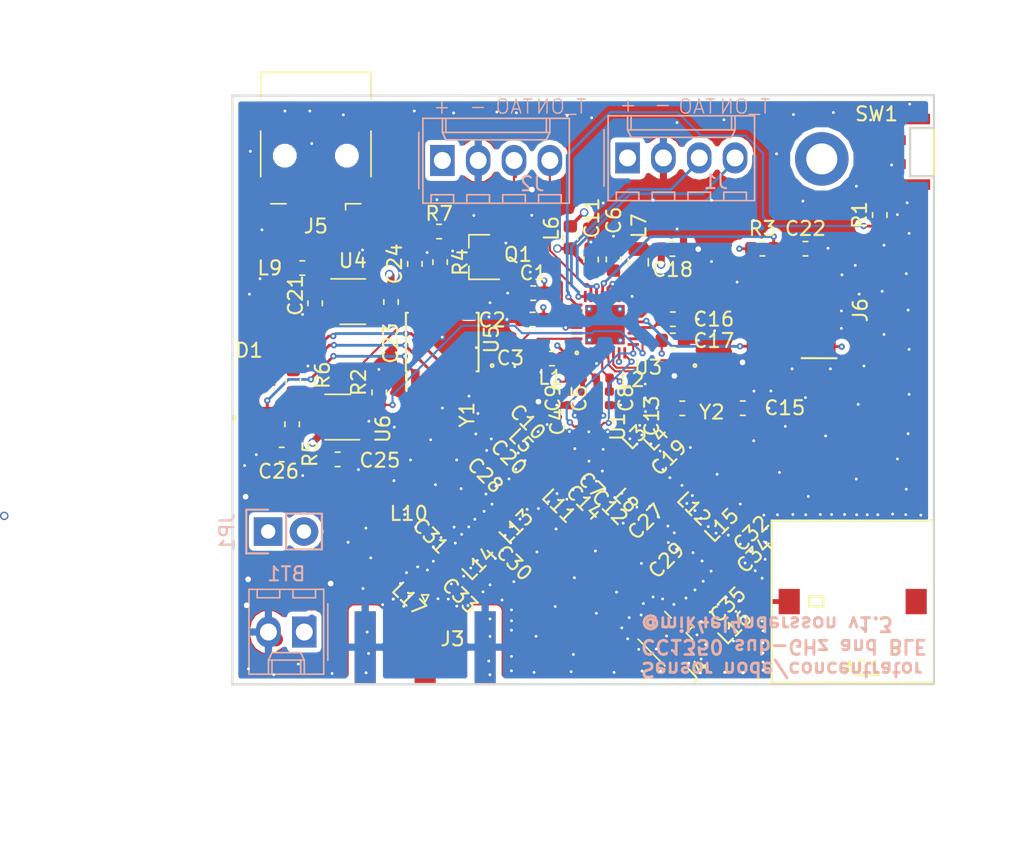
<source format=kicad_pcb>
(kicad_pcb (version 20171130) (host pcbnew "(5.0.0-3-g5ebb6b6)")
  (layers (0 F.Cu signal) (1 In1.Cu signal) (2 In2.Cu signal) (31 B.Cu signal) (34 B.Paste user) (35 F.Paste user) (36 B.SilkS user) (37 F.SilkS user) (38 B.Mask user) (39 F.Mask user) (44 Edge.Cuts user))
  (net 0 "")
  (net 1 "Net-(AE1-Pad1)")
  (net 2 "Net-(BT1-Pad1)")
  (net 3 GND)
  (net 4 /VDDS)
  (net 5 /VDDR)
  (net 6 "Net-(C4-Pad2)")
  (net 7 "Net-(C5-Pad2)")
  (net 8 "Net-(C8-Pad1)")
  (net 9 "Net-(C13-Pad1)")
  (net 10 "Net-(C15-Pad1)")
  (net 11 "Net-(C16-Pad2)")
  (net 12 "Net-(C20-Pad1)")
  (net 13 "Net-(C21-Pad2)")
  (net 14 /RESET_N)
  (net 15 VCC)
  (net 16 +5V)
  (net 17 "Net-(D1-Pad3)")
  (net 18 "Net-(D1-Pad4)")
  (net 19 "Net-(D1-Pad2)")
  (net 20 /DCDC_SW)
  (net 21 "Net-(L10-Pad1)")
  (net 22 /TAO)
  (net 23 /T_ON_1)
  (net 24 /T_ON_2)
  (net 25 /JTAG_TDI)
  (net 26 /JTAG_TDO)
  (net 27 /JTAG_TCKC)
  (net 28 /JTAG_TMSC)
  (net 29 /LED_EASYSET)
  (net 30 "Net-(Q1-Pad3)")
  (net 31 /SWITCH)
  (net 32 "Net-(R1-Pad2)")
  (net 33 /PSU_ENABLE)
  (net 34 "Net-(R4-Pad2)")
  (net 35 "Net-(R5-Pad2)")
  (net 36 /DIO0_RF_SW_PWR)
  (net 37 /DIO1_RF_SW)
  (net 38 "Net-(U3-Pad30)")
  (net 39 "Net-(U3-Pad31)")
  (net 40 "Net-(C19-Pad1)")
  (net 41 "Net-(C29-Pad1)")
  (net 42 "Net-(C30-Pad1)")
  (net 43 "Net-(C31-Pad1)")
  (net 44 "Net-(C32-Pad1)")
  (net 45 "Net-(C33-Pad1)")
  (net 46 "Net-(J5-Pad1)")
  (net 47 "Net-(C34-Pad1)")
  (net 48 /BIAS_RF_P)
  (net 49 /BIAS_RF_N)
  (net 50 /868_RF_N)
  (net 51 /868_RF_P)
  (net 52 /2_4_RF_P)
  (net 53 /2_4_RF_N)
  (module Pin_Headers:Pin_Header_Straight_1x02 (layer B.Cu) (at 85.4 117.84 270)
    (fp_text reference JP1 (at 0.05 2.91 270) (layer B.SilkS) (effects (justify mirror)))
    (fp_text value Jumper_NC)
    (pad 1 thru_hole rect (at 0 0 270) (size 2.032 2.032) (drill 1.016) (layers *.Cu *.Mask) (net 15 VCC))
    (pad 2 thru_hole oval (at 0 -2.54 270) (size 2.032 2.032) (drill 1.016) (layers *.Cu *.Mask) (net 2 "Net-(BT1-Pad1)"))
  )
  (module cc1350:VLS3015E (layer F.Cu) (at 92.18 115.64 180)
    (fp_text reference L10 (at -3.19 -0.92 180) (layer F.SilkS))
    (fp_text value 4.7uH)
    (pad 2 smd rect (at 1 0 180) (size 1 3) (layers F.Cu F.Paste F.Mask) (net 15 VCC))
    (pad 1 smd rect (at -1 0 180) (size 1 3) (layers F.Cu F.Paste F.Mask) (net 21 "Net-(L10-Pad1)"))
  )
  (module TO_SOT_Packages_SMD:SOT-23 (layer F.Cu) (at 100.39 98.37 180)
    (fp_text reference Q1 (at -2.72 0.18 180) (layer F.SilkS))
    (fp_text value 2N7002)
    (pad 1 smd rect (at -1 -0.95 180) (size 0.9 0.8) (layers F.Cu F.Paste F.Mask) (net 29 /LED_EASYSET))
    (pad 2 smd rect (at -1 0.95 180) (size 0.9 0.8) (layers F.Cu F.Paste F.Mask) (net 3 GND))
    (pad 3 smd rect (at 1 0 180) (size 0.9 0.8) (layers F.Cu F.Paste F.Mask) (net 30 "Net-(Q1-Pad3)"))
  )
  (module cc1350:SKSLLAE010 (layer F.Cu) (at 132.6 90.93 90)
    (fp_text reference SW1 (at 2.71 -4.07 180) (layer F.SilkS))
    (fp_text value SW_Push)
    (pad 1 smd rect (at -0.85 -2.3 90) (size 0.7 0.6) (layers F.Cu F.Paste F.Mask) (net 3 GND))
    (pad "" smd rect (at 2.35 -1.2 90) (size 0.75 1.85) (layers F.Cu F.Paste F.Mask))
    (pad "" smd rect (at -2.3 -1.2 90) (size 0.75 1.86) (layers F.Cu F.Paste F.Mask))
    (pad 2 smd rect (at 0.85 -2.3 90) (size 0.7 0.6) (layers F.Cu F.Paste F.Mask) (net 32 "Net-(R1-Pad2)"))
  )
  (module cc1350:CC1350F128RSM (layer F.Cu) (at 109.28 103.17)
    (fp_text reference U3 (at 3.06 3.02) (layer F.SilkS))
    (fp_text value CC1350F128RSM)
    (pad 24 smd rect (at -1.4 -2) (size 0.2 0.8) (layers F.Cu F.Paste F.Mask) (net 22 /TAO))
    (pad 23 smd rect (at -1 -2) (size 0.2 0.8) (layers F.Cu F.Paste F.Mask) (net 24 /T_ON_2))
    (pad 22 smd rect (at -0.6 -2) (size 0.2 0.8) (layers F.Cu F.Paste F.Mask) (net 23 /T_ON_1))
    (pad 21 smd rect (at -0.2 -2) (size 0.2 0.8) (layers F.Cu F.Paste F.Mask) (net 14 /RESET_N))
    (pad 20 smd rect (at 0.2 -2) (size 0.2 0.8) (layers F.Cu F.Paste F.Mask) (net 3 GND))
    (pad 19 smd rect (at 0.6 -2) (size 0.2 0.8) (layers F.Cu F.Paste F.Mask) (net 4 /VDDS))
    (pad 18 smd rect (at 1 -2) (size 0.2 0.8) (layers F.Cu F.Paste F.Mask) (net 20 /DCDC_SW))
    (pad 17 smd rect (at 1.4 -2) (size 0.2 0.8) (layers F.Cu F.Paste F.Mask) (net 3 GND))
    (pad 1 smd rect (at -1.4 2) (size 0.2 0.8) (layers F.Cu F.Paste F.Mask) (net 6 "Net-(C4-Pad2)"))
    (pad 2 smd rect (at -1 2) (size 0.2 0.8) (layers F.Cu F.Paste F.Mask) (net 7 "Net-(C5-Pad2)"))
    (pad 3 smd rect (at -0.6 2) (size 0.2 0.8) (layers F.Cu F.Paste F.Mask) (net 3 GND))
    (pad 4 smd rect (at -0.2 2) (size 0.2 0.8) (layers F.Cu F.Paste F.Mask) (net 8 "Net-(C8-Pad1)"))
    (pad 5 smd rect (at 0.2 2) (size 0.2 0.8) (layers F.Cu F.Paste F.Mask) (net 9 "Net-(C13-Pad1)"))
    (pad 6 smd rect (at 0.6 2) (size 0.2 0.8) (layers F.Cu F.Paste F.Mask) (net 10 "Net-(C15-Pad1)"))
    (pad 7 smd rect (at 1 2) (size 0.2 0.8) (layers F.Cu F.Paste F.Mask) (net 3 GND))
    (pad 8 smd rect (at 1.4 2) (size 0.2 0.8) (layers F.Cu F.Paste F.Mask) (net 36 /DIO0_RF_SW_PWR))
    (pad 25 smd rect (at -2 -1.4) (size 0.8 0.2) (layers F.Cu F.Paste F.Mask) (net 31 /SWITCH))
    (pad 16 smd rect (at 2 -1.4) (size 0.8 0.2) (layers F.Cu F.Paste F.Mask) (net 25 /JTAG_TDI))
    (pad 26 smd rect (at -2 -1) (size 0.8 0.2) (layers F.Cu F.Paste F.Mask) (net 29 /LED_EASYSET))
    (pad 15 smd rect (at 2 -1) (size 0.8 0.2) (layers F.Cu F.Paste F.Mask) (net 26 /JTAG_TDO))
    (pad 27 smd rect (at -2 -0.6) (size 0.8 0.2) (layers F.Cu F.Paste F.Mask) (net 4 /VDDS))
    (pad 14 smd rect (at 2 -0.6) (size 0.8 0.2) (layers F.Cu F.Paste F.Mask) (net 27 /JTAG_TCKC))
    (pad 28 smd rect (at -2 -0.2) (size 0.8 0.2) (layers F.Cu F.Paste F.Mask) (net 5 /VDDR))
    (pad 13 smd rect (at 2 -0.2) (size 0.8 0.2) (layers F.Cu F.Paste F.Mask) (net 28 /JTAG_TMSC))
    (pad 29 smd rect (at -2 0.2) (size 0.8 0.2) (layers F.Cu F.Paste F.Mask) (net 3 GND))
    (pad 12 smd rect (at 2 0.2) (size 0.8 0.2) (layers F.Cu F.Paste F.Mask) (net 11 "Net-(C16-Pad2)"))
    (pad 30 smd rect (at -2 0.6) (size 0.8 0.2) (layers F.Cu F.Paste F.Mask) (net 38 "Net-(U3-Pad30)"))
    (pad 11 smd rect (at 2 0.6) (size 0.8 0.2) (layers F.Cu F.Paste F.Mask) (net 4 /VDDS))
    (pad 31 smd rect (at -2 1) (size 0.8 0.2) (layers F.Cu F.Paste F.Mask) (net 39 "Net-(U3-Pad31)"))
    (pad 10 smd rect (at 2 1) (size 0.8 0.2) (layers F.Cu F.Paste F.Mask) (net 33 /PSU_ENABLE))
    (pad 32 smd rect (at -2 1.4) (size 0.8 0.2) (layers F.Cu F.Paste F.Mask) (net 5 /VDDR))
    (pad 9 smd rect (at 2 1.4) (size 0.8 0.2) (layers F.Cu F.Paste F.Mask) (net 37 /DIO1_RF_SW))
    (pad "" smd rect (at 0 0) (size 2.8 2.8) (layers F.Cu F.Paste F.Mask))
  )
  (module TO_SOT_Packages_SMD:SOT-23-5 (layer F.Cu) (at 91.4 101.53)
    (fp_text reference U4 (at 0 -2.9) (layer F.SilkS))
    (fp_text value TLV713)
    (pad 1 smd rect (at -1.1 -0.95) (size 1.06 0.65) (layers F.Cu F.Paste F.Mask) (net 13 "Net-(C21-Pad2)"))
    (pad 2 smd rect (at -1.1 0) (size 1.06 0.65) (layers F.Cu F.Paste F.Mask) (net 3 GND))
    (pad 3 smd rect (at -1.1 0.95) (size 1.06 0.65) (layers F.Cu F.Paste F.Mask) (net 13 "Net-(C21-Pad2)"))
    (pad 4 smd rect (at 1.1 0.95) (size 1.06 0.65) (layers F.Cu F.Paste F.Mask))
    (pad 5 smd rect (at 1.1 -0.95) (size 1.06 0.65) (layers F.Cu F.Paste F.Mask) (net 15 VCC))
  )
  (module Housings_SOIC:SOIC-8_3.9x4.9mm_Pitch1.27mm (layer F.Cu) (at 97.74 104.4 90)
    (fp_text reference U5 (at 0.19 3.49 90) (layer F.SilkS))
    (fp_text value TLC5973)
    (pad 1 smd rect (at -2.7 -1.905 90) (size 1.55 0.6) (layers F.Cu F.Paste F.Mask) (net 18 "Net-(D1-Pad4)"))
    (pad 2 smd rect (at -2.7 -0.635 90) (size 1.55 0.6) (layers F.Cu F.Paste F.Mask) (net 17 "Net-(D1-Pad3)"))
    (pad 3 smd rect (at -2.7 0.635 90) (size 1.55 0.6) (layers F.Cu F.Paste F.Mask) (net 19 "Net-(D1-Pad2)"))
    (pad 4 smd rect (at -2.7 1.905 90) (size 1.55 0.6) (layers F.Cu F.Paste F.Mask) (net 3 GND))
    (pad 5 smd rect (at 2.7 1.905 90) (size 1.55 0.6) (layers F.Cu F.Paste F.Mask))
    (pad 6 smd rect (at 2.7 0.635 90) (size 1.55 0.6) (layers F.Cu F.Paste F.Mask) (net 30 "Net-(Q1-Pad3)"))
    (pad 7 smd rect (at 2.7 -0.635 90) (size 1.55 0.6) (layers F.Cu F.Paste F.Mask) (net 34 "Net-(R4-Pad2)"))
    (pad 8 smd rect (at 2.7 -1.905 90) (size 1.55 0.6) (layers F.Cu F.Paste F.Mask) (net 16 +5V))
  )
  (module TO_SOT_Packages_SMD:SOT-23-6 (layer F.Cu) (at 90.33 109.72 180)
    (fp_text reference U6 (at -3.21 -0.84 270) (layer F.SilkS))
    (fp_text value MCP16251)
    (pad 1 smd rect (at -1.1 -0.95 180) (size 1.06 0.65) (layers F.Cu F.Paste F.Mask) (net 21 "Net-(L10-Pad1)"))
    (pad 2 smd rect (at -1.1 0 180) (size 1.06 0.65) (layers F.Cu F.Paste F.Mask) (net 3 GND))
    (pad 3 smd rect (at -1.1 0.95 180) (size 1.06 0.65) (layers F.Cu F.Paste F.Mask) (net 33 /PSU_ENABLE))
    (pad 4 smd rect (at 1.1 0.95 180) (size 1.06 0.65) (layers F.Cu F.Paste F.Mask) (net 35 "Net-(R5-Pad2)"))
    (pad 6 smd rect (at 1.1 -0.95 180) (size 1.06 0.65) (layers F.Cu F.Paste F.Mask) (net 15 VCC))
    (pad 5 smd rect (at 1.1 0 180) (size 1.06 0.65) (layers F.Cu F.Paste F.Mask) (net 16 +5V))
  )
  (module cc1350:TSX-3225 (layer F.Cu) (at 102.08 108.37 270)
    (fp_text reference Y1 (at 1.18 2.58 270) (layer F.SilkS))
    (fp_text value 24MHz)
    (pad 4 smd rect (at -1.1 -0.8 270) (size 1.4 1.15) (layers F.Cu F.Paste F.Mask) (net 3 GND))
    (pad 3 smd rect (at 1.1 -0.8 270) (size 1.4 1.15) (layers F.Cu F.Paste F.Mask) (net 39 "Net-(U3-Pad31)"))
    (pad 1 smd rect (at -1.1 0.8 270) (size 1.4 1.15) (layers F.Cu F.Paste F.Mask) (net 38 "Net-(U3-Pad30)"))
    (pad 2 smd rect (at 1.1 0.8 270) (size 1.4 1.15) (layers F.Cu F.Paste F.Mask) (net 3 GND))
  )
  (module cc1350:FC-135 (layer F.Cu) (at 116.854992 107.371372)
    (fp_text reference Y2 (at 0 2) (layer F.SilkS))
    (fp_text value 32.768kHz)
    (pad 2 smd rect (at 1.3 0) (size 1 1.8) (layers F.Cu F.Paste F.Mask) (net 10 "Net-(C15-Pad1)"))
    (pad 1 smd rect (at -1.2 0) (size 1 1.8) (layers F.Cu F.Paste F.Mask) (net 9 "Net-(C13-Pad1)"))
  )
  (module cc1350:2450AT45A100 (layer F.Cu) (at 121.09 117.06)
    (fp_text reference AE1 (at 6.45 10.48) (layer F.SilkS))
    (fp_text value Antenna)
    (pad 1 smd rect (at 1.25 5.75) (size 1.5 1.8) (layers F.Cu F.Paste F.Mask) (net 1 "Net-(AE1-Pad1)"))
    (pad "" smd rect (at 10.25 5.75) (size 1.5 1.8) (layers F.Cu F.Paste F.Mask))
  )
  (module cc1350:ASMB-MTB0-0A3A2 (layer F.Cu) (at 83.86 106.75)
    (fp_text reference D1 (at 0.19 -1.76) (layer F.SilkS))
    (fp_text value ASMB-MTB0-0A3A2)
    (pad 2 smd rect (at 0 0) (size 1.1 1.5) (layers F.Cu F.Paste F.Mask) (net 19 "Net-(D1-Pad2)"))
    (pad 3 smd rect (at 1.5 0) (size 1.1 1.5) (layers F.Cu F.Paste F.Mask) (net 17 "Net-(D1-Pad3)"))
    (pad 1 smd rect (at 0 3) (size 1.1 1.5) (layers F.Cu F.Paste F.Mask) (net 16 +5V))
    (pad 4 smd rect (at 1.5 3) (size 1.1 1.5) (layers F.Cu F.Paste F.Mask) (net 18 "Net-(D1-Pad4)"))
  )
  (module Capacitor_SMD:C_0603_1608Metric (layer F.Cu) (at 104.1925 100.93)
    (fp_text reference C1 (at 0 -1.43) (layer F.SilkS))
    (fp_text value 100nF)
    (pad 2 smd roundrect (at 0.7875 0) (size 0.875 0.95) (layers F.Cu F.Paste F.Mask) (net 4 /VDDS))
    (pad 1 smd roundrect (at -0.7875 0) (size 0.875 0.95) (layers F.Cu F.Paste F.Mask) (net 3 GND))
  )
  (module Capacitor_SMD:C_0603_1608Metric (layer F.Cu) (at 104.1425 102.8 180)
    (fp_text reference C2 (at 2.8725 -0.04) (layer F.SilkS))
    (fp_text value 100nF)
    (pad 1 smd roundrect (at -0.7875 0 180) (size 0.875 0.95) (layers F.Cu F.Paste F.Mask) (net 5 /VDDR))
    (pad 2 smd roundrect (at 0.7875 0 180) (size 0.875 0.95) (layers F.Cu F.Paste F.Mask) (net 3 GND))
  )
  (module Capacitor_SMD:C_0603_1608Metric (layer F.Cu) (at 105.52 105.57 180)
    (fp_text reference C3 (at 2.9475 0.04 180) (layer F.SilkS))
    (fp_text value 100nF)
    (pad 2 smd roundrect (at 0.7875 0 180) (size 0.875 0.95) (layers F.Cu F.Paste F.Mask) (net 3 GND))
    (pad 1 smd roundrect (at -0.7875 0 180) (size 0.875 0.95) (layers F.Cu F.Paste F.Mask) (net 5 /VDDR))
  )
  (module Capacitor_SMD:C_0402_1005Metric (layer F.Cu) (at 107.66 108.395 90)
    (fp_text reference C4 (at -1.665 -1.74 90) (layer F.SilkS))
    (fp_text value 12pF)
    (pad 2 smd roundrect (at 0.485 0 90) (size 0.59 0.64) (layers F.Cu F.Paste F.Mask) (net 6 "Net-(C4-Pad2)"))
    (pad 1 smd roundrect (at -0.485 0 90) (size 0.59 0.64) (layers F.Cu F.Paste F.Mask) (net 48 /BIAS_RF_P))
  )
  (module Capacitor_SMD:C_0402_1005Metric (layer F.Cu) (at 108.62 108.395 90)
    (fp_text reference C5 (at 0 -1.17 90) (layer F.SilkS))
    (fp_text value 12pF)
    (pad 1 smd roundrect (at -0.485 0 90) (size 0.59 0.64) (layers F.Cu F.Paste F.Mask) (net 49 /BIAS_RF_N))
    (pad 2 smd roundrect (at 0.485 0 90) (size 0.59 0.64) (layers F.Cu F.Paste F.Mask) (net 7 "Net-(C5-Pad2)"))
  )
  (module Capacitor_SMD:C_0603_1608Metric (layer F.Cu) (at 109.88 98.54 90)
    (fp_text reference C6 (at 2.77 0.02 90) (layer F.SilkS))
    (fp_text value 22uF)
    (pad 1 smd roundrect (at -0.7875 0 90) (size 0.875 0.95) (layers F.Cu F.Paste F.Mask) (net 4 /VDDS))
    (pad 2 smd roundrect (at 0.7875 0 90) (size 0.875 0.95) (layers F.Cu F.Paste F.Mask) (net 3 GND))
  )
  (module Capacitor_SMD:C_0402_1005Metric (layer F.Cu) (at 106.943324 113.198541 135)
    (fp_text reference C7 (at -1.92 0.02 135) (layer F.SilkS))
    (fp_text value 3.6pF)
    (pad 2 smd roundrect (at 0.485 0 135) (size 0.59 0.64) (layers F.Cu F.Paste F.Mask) (net 50 /868_RF_N))
    (pad 1 smd roundrect (at -0.485 0 135) (size 0.59 0.64) (layers F.Cu F.Paste F.Mask) (net 3 GND))
  )
  (module Capacitor_SMD:C_0402_1005Metric (layer F.Cu) (at 109.59 108.395 270)
    (fp_text reference C8 (at 0 -1.17 270) (layer F.SilkS))
    (fp_text value 12pF)
    (pad 1 smd roundrect (at -0.485 0 270) (size 0.59 0.64) (layers F.Cu F.Paste F.Mask) (net 8 "Net-(C8-Pad1)"))
    (pad 2 smd roundrect (at 0.485 0 270) (size 0.59 0.64) (layers F.Cu F.Paste F.Mask) (net 3 GND))
  )
  (module Capacitor_SMD:C_0402_1005Metric (layer F.Cu) (at 106.7 108.395 270)
    (fp_text reference C9 (at -0.015 1.1 270) (layer F.SilkS))
    (fp_text value 12pF)
    (pad 1 smd roundrect (at -0.485 0 270) (size 0.59 0.64) (layers F.Cu F.Paste F.Mask) (net 8 "Net-(C8-Pad1)"))
    (pad 2 smd roundrect (at 0.485 0 270) (size 0.59 0.64) (layers F.Cu F.Paste F.Mask) (net 3 GND))
  )
  (module Capacitor_SMD:C_0402_1005Metric (layer F.Cu) (at 105.472542 111.727759 135)
    (fp_text reference C10 (at 2.36 -0.02 135) (layer F.SilkS))
    (fp_text value 3.6pF)
    (pad 2 smd roundrect (at 0.485 0 135) (size 0.59 0.64) (layers F.Cu F.Paste F.Mask) (net 3 GND))
    (pad 1 smd roundrect (at -0.485 0 135) (size 0.59 0.64) (layers F.Cu F.Paste F.Mask) (net 51 /868_RF_P))
  )
  (module Capacitor_SMD:C_0402_1005Metric (layer F.Cu) (at 110.170044 113.960826 225)
    (fp_text reference C12 (at 1.908635 -1.130756 315) (layer F.SilkS))
    (fp_text value 1pF)
    (pad 2 smd roundrect (at 0.485 0 225) (size 0.59 0.64) (layers F.Cu F.Paste F.Mask) (net 3 GND))
    (pad 1 smd roundrect (at -0.485 0 225) (size 0.59 0.64) (layers F.Cu F.Paste F.Mask) (net 52 /2_4_RF_P))
  )
  (module Capacitor_SMD:C_0603_1608Metric (layer F.Cu) (at 114.76 109.1 180)
    (fp_text reference C13 (at 2.164992 -0.538628 270) (layer F.SilkS))
    (fp_text value 12pF)
    (pad 1 smd roundrect (at -0.7875 0 180) (size 0.875 0.95) (layers F.Cu F.Paste F.Mask) (net 9 "Net-(C13-Pad1)"))
    (pad 2 smd roundrect (at 0.7875 0 180) (size 0.875 0.95) (layers F.Cu F.Paste F.Mask) (net 3 GND))
  )
  (module Capacitor_SMD:C_0402_1005Metric (layer F.Cu) (at 106.151364 114.004642 135)
    (fp_text reference C14 (at -2.42 -0.1 135) (layer F.SilkS))
    (fp_text value 3.6pF)
    (pad 1 smd roundrect (at -0.485 0 135) (size 0.59 0.64) (layers F.Cu F.Paste F.Mask) (net 3 GND))
    (pad 2 smd roundrect (at 0.485 0 135) (size 0.59 0.64) (layers F.Cu F.Paste F.Mask) (net 50 /868_RF_N))
  )
  (module Capacitor_SMD:C_0603_1608Metric (layer F.Cu) (at 119.05 109.09)
    (fp_text reference C15 (at 2.975008 -0.021372) (layer F.SilkS))
    (fp_text value 12pF)
    (pad 1 smd roundrect (at -0.7875 0) (size 0.875 0.95) (layers F.Cu F.Paste F.Mask) (net 10 "Net-(C15-Pad1)"))
    (pad 2 smd roundrect (at 0.7875 0) (size 0.875 0.95) (layers F.Cu F.Paste F.Mask) (net 3 GND))
  )
  (module Capacitor_SMD:C_0603_1608Metric (layer F.Cu) (at 114.09 102.78 180)
    (fp_text reference C16 (at -2.9 0 180) (layer F.SilkS))
    (fp_text value 1uF)
    (pad 2 smd roundrect (at 0.7875 0 180) (size 0.875 0.95) (layers F.Cu F.Paste F.Mask) (net 11 "Net-(C16-Pad2)"))
    (pad 1 smd roundrect (at -0.7875 0 180) (size 0.875 0.95) (layers F.Cu F.Paste F.Mask) (net 3 GND))
  )
  (module Capacitor_SMD:C_0603_1608Metric (layer F.Cu) (at 114.09 104.28 180)
    (fp_text reference C17 (at -2.9 -0.02 180) (layer F.SilkS))
    (fp_text value 100nF)
    (pad 1 smd roundrect (at -0.7875 0 180) (size 0.875 0.95) (layers F.Cu F.Paste F.Mask) (net 3 GND))
    (pad 2 smd roundrect (at 0.7875 0 180) (size 0.875 0.95) (layers F.Cu F.Paste F.Mask) (net 4 /VDDS))
  )
  (module Capacitor_SMD:C_0603_1608Metric (layer F.Cu) (at 114.0575 97.8)
    (fp_text reference C18 (at 0.0175 1.46) (layer F.SilkS))
    (fp_text value 22uF)
    (pad 2 smd roundrect (at 0.7875 0) (size 0.875 0.95) (layers F.Cu F.Paste F.Mask) (net 3 GND))
    (pad 1 smd roundrect (at -0.7875 0) (size 0.875 0.95) (layers F.Cu F.Paste F.Mask) (net 5 /VDDR))
  )
  (module Capacitor_SMD:C_0402_1005Metric (layer F.Cu) (at 112.411573 113.939613 135)
    (fp_text reference C19 (at -0.04 1.93 225) (layer F.SilkS))
    (fp_text value 1pF)
    (pad 1 smd roundrect (at -0.485 0 135) (size 0.59 0.64) (layers F.Cu F.Paste F.Mask) (net 40 "Net-(C19-Pad1)"))
    (pad 2 smd roundrect (at 0.485 0 135) (size 0.59 0.64) (layers F.Cu F.Paste F.Mask) (net 53 /2_4_RF_N))
  )
  (module Capacitor_SMD:C_0402_1005Metric (layer F.Cu) (at 103.878016 113.986965 45)
    (fp_text reference C20 (at -0.005 -2.02 135) (layer F.SilkS))
    (fp_text value 3.6pF)
    (pad 1 smd roundrect (at -0.485 0 45) (size 0.59 0.64) (layers F.Cu F.Paste F.Mask) (net 12 "Net-(C20-Pad1)"))
    (pad 2 smd roundrect (at 0.485 0 45) (size 0.59 0.64) (layers F.Cu F.Paste F.Mask) (net 51 /868_RF_P))
  )
  (module Capacitor_SMD:C_0603_1608Metric (layer F.Cu) (at 88.73 101.65 90)
    (fp_text reference C21 (at 0.56 -1.39 90) (layer F.SilkS))
    (fp_text value 1uF)
    (pad 1 smd roundrect (at -0.7875 0 90) (size 0.875 0.95) (layers F.Cu F.Paste F.Mask) (net 3 GND))
    (pad 2 smd roundrect (at 0.7875 0 90) (size 0.875 0.95) (layers F.Cu F.Paste F.Mask) (net 13 "Net-(C21-Pad2)"))
  )
  (module Capacitor_SMD:C_0603_1608Metric (layer F.Cu) (at 123.49 97.78)
    (fp_text reference C22 (at 0 -1.43) (layer F.SilkS))
    (fp_text value 100nF)
    (pad 2 smd roundrect (at 0.7875 0) (size 0.875 0.95) (layers F.Cu F.Paste F.Mask) (net 3 GND))
    (pad 1 smd roundrect (at -0.7875 0) (size 0.875 0.95) (layers F.Cu F.Paste F.Mask) (net 14 /RESET_N))
  )
  (module Capacitor_SMD:C_0603_1608Metric (layer F.Cu) (at 94.11 101.56 90)
    (fp_text reference C23 (at -2.93 -0.02 90) (layer F.SilkS))
    (fp_text value 100nF)
    (pad 2 smd roundrect (at 0.7875 0 90) (size 0.875 0.95) (layers F.Cu F.Paste F.Mask) (net 15 VCC))
    (pad 1 smd roundrect (at -0.7875 0 90) (size 0.875 0.95) (layers F.Cu F.Paste F.Mask) (net 3 GND))
  )
  (module Capacitor_SMD:C_0603_1608Metric (layer F.Cu) (at 95.8 98.86 90)
    (fp_text reference C24 (at 0 -1.43 90) (layer F.SilkS))
    (fp_text value 100nF)
    (pad 1 smd roundrect (at -0.7875 0 90) (size 0.875 0.95) (layers F.Cu F.Paste F.Mask) (net 16 +5V))
    (pad 2 smd roundrect (at 0.7875 0 90) (size 0.875 0.95) (layers F.Cu F.Paste F.Mask) (net 3 GND))
  )
  (module Capacitor_SMD:C_0603_1608Metric (layer F.Cu) (at 90.33 112.72)
    (fp_text reference C25 (at 2.99 0.07) (layer F.SilkS))
    (fp_text value 4.7uF)
    (pad 1 smd roundrect (at -0.7875 0) (size 0.875 0.95) (layers F.Cu F.Paste F.Mask) (net 15 VCC))
    (pad 2 smd roundrect (at 0.7875 0) (size 0.875 0.95) (layers F.Cu F.Paste F.Mask) (net 3 GND))
  )
  (module Capacitor_SMD:C_0603_1608Metric (layer F.Cu) (at 86.36 112.38 180)
    (fp_text reference C26 (at 0.22 -1.19 180) (layer F.SilkS))
    (fp_text value 10uF)
    (pad 2 smd roundrect (at 0.7875 0 180) (size 0.875 0.95) (layers F.Cu F.Paste F.Mask) (net 3 GND))
    (pad 1 smd roundrect (at -0.7875 0 180) (size 0.875 0.95) (layers F.Cu F.Paste F.Mask) (net 16 +5V))
  )
  (module Capacitor_SMD:C_0402_1005Metric (layer F.Cu) (at 102.477945 115.549671 135)
    (fp_text reference C28 (at 2.405 0.01 135) (layer F.SilkS))
    (fp_text value 3.6pF)
    (pad 2 smd roundrect (at 0.485 0 135) (size 0.59 0.64) (layers F.Cu F.Paste F.Mask) (net 3 GND))
    (pad 1 smd roundrect (at -0.485 0 135) (size 0.59 0.64) (layers F.Cu F.Paste F.Mask) (net 12 "Net-(C20-Pad1)"))
  )
  (module Capacitor_SMD:C_0402_1005Metric (layer F.Cu) (at 115.248891 118.20579 225)
    (fp_text reference C29 (at 2.335 -0.05 225) (layer F.SilkS))
    (fp_text value 3.6pF)
    (pad 1 smd roundrect (at -0.485 0 225) (size 0.59 0.64) (layers F.Cu F.Paste F.Mask) (net 41 "Net-(C29-Pad1)"))
    (pad 2 smd roundrect (at 0.485 0 225) (size 0.59 0.64) (layers F.Cu F.Paste F.Mask) (net 3 GND))
  )
  (module Capacitor_SMD:C_0402_1005Metric (layer F.Cu) (at 101.081409 118.282639 315)
    (fp_text reference C30 (at 2.5 0.02 315) (layer F.SilkS))
    (fp_text value 5.6pF)
    (pad 2 smd roundrect (at 0.485 0 315) (size 0.59 0.64) (layers F.Cu F.Paste F.Mask) (net 3 GND))
    (pad 1 smd roundrect (at -0.485 0 315) (size 0.59 0.64) (layers F.Cu F.Paste F.Mask) (net 42 "Net-(C30-Pad1)"))
  )
  (module Capacitor_SMD:C_0402_1005Metric (layer F.Cu) (at 98.397938 119.672103 135)
    (fp_text reference C31 (at 2.135 0.03 135) (layer F.SilkS))
    (fp_text value 3.3pF)
    (pad 2 smd roundrect (at 0.485 0 135) (size 0.59 0.64) (layers F.Cu F.Paste F.Mask) (net 3 GND))
    (pad 1 smd roundrect (at -0.485 0 135) (size 0.59 0.64) (layers F.Cu F.Paste F.Mask) (net 43 "Net-(C31-Pad1)"))
  )
  (module Capacitor_SMD:C_0402_1005Metric (layer F.Cu) (at 117.98893 119.609396 45)
    (fp_text reference C32 (at 2.32 0.03 225) (layer F.SilkS))
    (fp_text value 1pF)
    (pad 1 smd roundrect (at -0.485 0 45) (size 0.59 0.64) (layers F.Cu F.Paste F.Mask) (net 44 "Net-(C32-Pad1)"))
    (pad 2 smd roundrect (at 0.485 0 45) (size 0.59 0.64) (layers F.Cu F.Paste F.Mask) (net 3 GND))
  )
  (module Capacitor_SMD:C_0402_1005Metric (layer F.Cu) (at 97.662547 121.036819 45)
    (fp_text reference C33 (at -0.015 1.89 135) (layer F.SilkS))
    (fp_text value 100pF)
    (pad 1 smd roundrect (at -0.485 0 45) (size 0.59 0.64) (layers F.Cu F.Paste F.Mask) (net 45 "Net-(C33-Pad1)"))
    (pad 2 smd roundrect (at 0.485 0 45) (size 0.59 0.64) (layers F.Cu F.Paste F.Mask) (net 43 "Net-(C31-Pad1)"))
  )
  (module Capacitor_SMD:C_0402_1005Metric (layer F.Cu) (at 119.364252 121.691826 135)
    (fp_text reference C35 (at 0.01844 -1.925046 225) (layer F.SilkS))
    (fp_text value 100pF)
    (pad 2 smd roundrect (at 0.485 0 135) (size 0.59 0.64) (layers F.Cu F.Paste F.Mask) (net 44 "Net-(C32-Pad1)"))
    (pad 1 smd roundrect (at -0.485 0 135) (size 0.59 0.64) (layers F.Cu F.Paste F.Mask) (net 1 "Net-(AE1-Pad1)"))
  )
  (module Connector_Molex:Molex_KK-254_AE-6410-04A_1x04_P2.54mm_Vertical (layer B.Cu) (at 110.88 91.34)
    (fp_text reference J1 (at 6.26 1.68) (layer B.SilkS) (effects (justify mirror)))
    (fp_text value LMT_70_1)
    (pad 4 thru_hole oval (at 7.62 0) (size 1.74 2.2) (drill 1.2) (layers *.Cu *.Mask) (net 23 /T_ON_1))
    (pad 3 thru_hole oval (at 5.08 0) (size 1.74 2.2) (drill 1.2) (layers *.Cu *.Mask) (net 22 /TAO))
    (pad 2 thru_hole oval (at 2.54 0) (size 1.74 2.2) (drill 1.2) (layers *.Cu *.Mask) (net 3 GND))
    (pad 1 thru_hole rect (at 0 0) (size 1.74 2.2) (drill 1.2) (layers *.Cu *.Mask) (net 15 VCC))
  )
  (module Connector_Molex:Molex_KK-254_AE-6410-04A_1x04_P2.54mm_Vertical (layer B.Cu) (at 97.75 91.52)
    (fp_text reference J2 (at 6.37 1.66) (layer B.SilkS) (effects (justify mirror)))
    (fp_text value LMT_70_2)
    (pad 1 thru_hole rect (at 0 0) (size 1.74 2.2) (drill 1.2) (layers *.Cu *.Mask) (net 15 VCC))
    (pad 2 thru_hole oval (at 2.54 0) (size 1.74 2.2) (drill 1.2) (layers *.Cu *.Mask) (net 3 GND))
    (pad 3 thru_hole oval (at 5.08 0) (size 1.74 2.2) (drill 1.2) (layers *.Cu *.Mask) (net 22 /TAO))
    (pad 4 thru_hole oval (at 7.62 0) (size 1.74 2.2) (drill 1.2) (layers *.Cu *.Mask) (net 24 /T_ON_2))
  )
  (module Connector_Coaxial:SMA_Amphenol_132289_EdgeMount (layer F.Cu) (at 96.53 126.04 270)
    (fp_text reference J3 (at -0.58 -1.94) (layer F.SilkS))
    (fp_text value SMA)
    (pad 2 smd rect (at 0 4.25) (size 1.5 5.08) (layers B.Cu B.Paste B.Mask) (net 3 GND))
    (pad 2 smd rect (at 0 -4.25) (size 1.5 5.08) (layers B.Cu B.Paste B.Mask) (net 3 GND))
    (pad 2 smd rect (at 0 4.25) (size 1.5 5.08) (layers F.Cu F.Paste F.Mask) (net 3 GND))
    (pad 2 smd rect (at 0 -4.25) (size 1.5 5.08) (layers F.Cu F.Paste F.Mask) (net 3 GND))
    (pad 1 smd rect (at 0 0) (size 1.5 5.08) (layers F.Cu F.Paste F.Mask) (net 45 "Net-(C33-Pad1)"))
  )
  (module cc1350:U.FL_Hirose_U.FL-R-SMT-1_Vertical (layer F.Cu) (at 113.88 125.13 225)
    (fp_text reference J4 (at 0.475 -3.2 225) (layer F.SilkS))
    (fp_text value U.FL)
    (pad 2 smd rect (at 0.475 1.475 225) (size 2.2 1.05) (layers F.Cu F.Paste F.Mask) (net 3 GND))
    (pad 1 smd rect (at -1.05 0 225) (size 1.05 1) (layers F.Cu F.Paste F.Mask) (net 47 "Net-(C34-Pad1)"))
    (pad 2 smd rect (at 0.475 -1.475 225) (size 2.2 1.05) (layers F.Cu F.Paste F.Mask) (net 3 GND))
  )
  (module Connector_USB:USB_Mini-B_Lumberg_2486_01_Horizontal (layer F.Cu) (at 88.78 91.18 180)
    (fp_text reference J5 (at 0 -5 180) (layer F.SilkS))
    (fp_text value USB_B_Micro)
    (pad 1 smd rect (at -1.6 -2.7 180) (size 0.5 2) (layers F.Cu F.Paste F.Mask) (net 46 "Net-(J5-Pad1)"))
    (pad 2 smd rect (at -0.8 -2.7 180) (size 0.5 2) (layers F.Cu F.Paste F.Mask))
    (pad 3 smd rect (at 0 -2.7 180) (size 0.5 2) (layers F.Cu F.Paste F.Mask))
    (pad 4 smd rect (at 0.8 -2.7 180) (size 0.5 2) (layers F.Cu F.Paste F.Mask))
    (pad 5 smd rect (at 1.6 -2.7 180) (size 0.5 2) (layers F.Cu F.Paste F.Mask) (net 3 GND))
    (pad 6 smd rect (at -4.45 -2.6 180) (size 2 1.7) (layers F.Cu F.Paste F.Mask) (net 3 GND))
    (pad 6 smd rect (at -4.45 2.85 180) (size 2 1.7) (layers F.Cu F.Paste F.Mask) (net 3 GND))
    (pad 6 smd rect (at 4.45 -2.6 180) (size 2 1.7) (layers F.Cu F.Paste F.Mask) (net 3 GND))
    (pad 6 smd rect (at 4.45 2.85 180) (size 2 1.7) (layers F.Cu F.Paste F.Mask) (net 3 GND))
    (pad "" np_thru_hole circle (at -2.2 0 180) (size 1 1) (drill 1) (layers *.Cu *.Mask))
    (pad "" np_thru_hole circle (at 2.2 0 180) (size 1 1) (drill 1) (layers *.Cu *.Mask))
  )
  (module cc1350:Pin_Header_Straight_SMT_02x05_1_27mm (layer F.Cu) (at 122.38 102.14 90)
    (fp_text reference J6 (at 0 5 90) (layer F.SilkS))
    (fp_text value Conn_02x05_Odd_Even)
    (pad 1 smd rect (at -2.58 2.05 90) (size 0.76 2.4) (layers F.Cu F.Paste F.Mask) (net 15 VCC))
    (pad 3 smd rect (at -1.31 2.05 90) (size 0.76 2.4) (layers F.Cu F.Paste F.Mask) (net 3 GND))
    (pad 5 smd rect (at -0.04 2.05 90) (size 0.76 2.4) (layers F.Cu F.Paste F.Mask) (net 3 GND))
    (pad 7 smd rect (at 1.23 2.05 90) (size 0.76 2.4) (layers F.Cu F.Paste F.Mask))
    (pad 8 smd rect (at 1.23 -1.85 90) (size 0.76 2.4) (layers F.Cu F.Paste F.Mask) (net 25 /JTAG_TDI))
    (pad 6 smd rect (at -0.04 -1.85 90) (size 0.76 2.4) (layers F.Cu F.Paste F.Mask) (net 26 /JTAG_TDO))
    (pad 4 smd rect (at -1.31 -1.85 90) (size 0.76 2.4) (layers F.Cu F.Paste F.Mask) (net 27 /JTAG_TCKC))
    (pad 2 smd rect (at -2.58 -1.85 90) (size 0.76 2.4) (layers F.Cu F.Paste F.Mask) (net 28 /JTAG_TMSC))
    (pad 9 smd rect (at 2.5 2.05 90) (size 0.76 2.4) (layers F.Cu F.Paste F.Mask) (net 3 GND))
    (pad 10 smd rect (at 2.5 -1.85 90) (size 0.76 2.4) (layers F.Cu F.Paste F.Mask) (net 14 /RESET_N))
  )
  (module Inductor_SMD:L_0402_1005Metric (layer F.Cu) (at 107.205 106.95 180)
    (fp_text reference L1 (at 1.785 0.04 180) (layer F.SilkS))
    (fp_text value 10nH)
    (pad 1 smd roundrect (at -0.485 0 180) (size 0.59 0.64) (layers F.Cu F.Paste F.Mask) (net 6 "Net-(C4-Pad2)"))
    (pad 2 smd roundrect (at 0.485 0 180) (size 0.59 0.64) (layers F.Cu F.Paste F.Mask) (net 8 "Net-(C8-Pad1)"))
  )
  (module Inductor_SMD:L_0402_1005Metric (layer F.Cu) (at 109.115 106.95)
    (fp_text reference L2 (at 2.095 0.12) (layer F.SilkS))
    (fp_text value 10nH)
    (pad 2 smd roundrect (at 0.485 0) (size 0.59 0.64) (layers F.Cu F.Paste F.Mask) (net 8 "Net-(C8-Pad1)"))
    (pad 1 smd roundrect (at -0.485 0) (size 0.59 0.64) (layers F.Cu F.Paste F.Mask) (net 7 "Net-(C5-Pad2)"))
  )
  (module Inductor_SMD:L_0402_1005Metric (layer F.Cu) (at 111.647898 112.497115 225)
    (fp_text reference L4 (at -1.77 -0.01 225) (layer F.SilkS))
    (fp_text value 2.2nH)
    (pad 2 smd roundrect (at 0.485 0 225) (size 0.59 0.64) (layers F.Cu F.Paste F.Mask) (net 53 /2_4_RF_N))
    (pad 1 smd roundrect (at -0.485 0 225) (size 0.59 0.64) (layers F.Cu F.Paste F.Mask) (net 3 GND))
  )
  (module Inductor_SMD:L_0402_1005Metric (layer F.Cu) (at 104.680582 112.562145 135)
    (fp_text reference L5 (at 1.78 -0.13 135) (layer F.SilkS))
    (fp_text value 6.8nH)
    (pad 1 smd roundrect (at -0.485 0 135) (size 0.59 0.64) (layers F.Cu F.Paste F.Mask) (net 51 /868_RF_P))
    (pad 2 smd roundrect (at 0.485 0 135) (size 0.59 0.64) (layers F.Cu F.Paste F.Mask) (net 3 GND))
  )
  (module Inductor_SMD:L_0603_1608Metric (layer F.Cu) (at 106.82 96.9775 90)
    (fp_text reference L6 (at 0.6375 -1.34 90) (layer F.SilkS))
    (fp_text value BLM18HE152SN1)
    (pad 2 smd roundrect (at 0.7875 0 90) (size 0.875 0.95) (layers F.Cu F.Paste F.Mask) (net 15 VCC))
    (pad 1 smd roundrect (at -0.7875 0 90) (size 0.875 0.95) (layers F.Cu F.Paste F.Mask) (net 4 /VDDS))
  )
  (module Inductor_SMD:L_0805_2012Metric (layer F.Cu) (at 111.64 98.7425 270)
    (fp_text reference L7 (at -2.5825 -0.05 270) (layer F.SilkS))
    (fp_text value 6.8uH)
    (pad 1 smd roundrect (at -0.9375 0 270) (size 0.975 1.4) (layers F.Cu F.Paste F.Mask) (net 5 /VDDR))
    (pad 2 smd roundrect (at 0.9375 0 270) (size 0.975 1.4) (layers F.Cu F.Paste F.Mask) (net 20 /DCDC_SW))
  )
  (module Inductor_SMD:L_0402_1005Metric (layer F.Cu) (at 111.612542 114.78107 135)
    (fp_text reference L8 (at -0.02 -1.19 135) (layer F.SilkS))
    (fp_text value 2.2nH)
    (pad 1 smd roundrect (at -0.485 0 135) (size 0.59 0.64) (layers F.Cu F.Paste F.Mask) (net 40 "Net-(C19-Pad1)"))
    (pad 2 smd roundrect (at 0.485 0 135) (size 0.59 0.64) (layers F.Cu F.Paste F.Mask) (net 52 /2_4_RF_P))
  )
  (module Inductor_SMD:L_0603_1608Metric (layer F.Cu) (at 87.82 99.15 180)
    (fp_text reference L9 (at 2.3 0 180) (layer F.SilkS))
    (fp_text value BLM18HE152SN1)
    (pad 1 smd roundrect (at -0.7875 0 180) (size 0.875 0.95) (layers F.Cu F.Paste F.Mask) (net 13 "Net-(C21-Pad2)"))
    (pad 2 smd roundrect (at 0.7875 0 180) (size 0.875 0.95) (layers F.Cu F.Paste F.Mask) (net 46 "Net-(J5-Pad1)"))
  )
  (module Inductor_SMD:L_0402_1005Metric (layer F.Cu) (at 104.687653 114.803673 225)
    (fp_text reference L11 (at -0.07 -1.8 315) (layer F.SilkS))
    (fp_text value 6.8nH)
    (pad 2 smd roundrect (at 0.485 0 225) (size 0.59 0.64) (layers F.Cu F.Paste F.Mask) (net 12 "Net-(C20-Pad1)"))
    (pad 1 smd roundrect (at -0.485 0 225) (size 0.59 0.64) (layers F.Cu F.Paste F.Mask) (net 50 /868_RF_N))
  )
  (module Inductor_SMD:L_0402_1005Metric (layer F.Cu) (at 114.552391 116.837538 315)
    (fp_text reference L12 (at 0.29 -1.16 315) (layer F.SilkS))
    (fp_text value 1.5nH)
    (pad 1 smd roundrect (at -0.485 0 315) (size 0.59 0.64) (layers F.Cu F.Paste F.Mask) (net 40 "Net-(C19-Pad1)"))
    (pad 2 smd roundrect (at 0.485 0 315) (size 0.59 0.64) (layers F.Cu F.Paste F.Mask) (net 41 "Net-(C29-Pad1)"))
  )
  (module Inductor_SMD:L_0402_1005Metric (layer F.Cu) (at 101.802658 116.924993 225)
    (fp_text reference L13 (at -0.44 -1.22 225) (layer F.SilkS))
    (fp_text value 6.8nH)
    (pad 2 smd roundrect (at 0.485 0 225) (size 0.59 0.64) (layers F.Cu F.Paste F.Mask) (net 42 "Net-(C30-Pad1)"))
    (pad 1 smd roundrect (at -0.485 0 225) (size 0.59 0.64) (layers F.Cu F.Paste F.Mask) (net 12 "Net-(C20-Pad1)"))
  )
  (module Inductor_SMD:L_0402_1005Metric (layer F.Cu) (at 99.716693 118.982674 225)
    (fp_text reference L14 (at 0.35 -1.24 225) (layer F.SilkS))
    (fp_text value 7.5nH)
    (pad 2 smd roundrect (at 0.485 0 225) (size 0.59 0.64) (layers F.Cu F.Paste F.Mask) (net 43 "Net-(C31-Pad1)"))
    (pad 1 smd roundrect (at -0.485 0 225) (size 0.59 0.64) (layers F.Cu F.Paste F.Mask) (net 42 "Net-(C30-Pad1)"))
  )
  (module Inductor_SMD:L_0402_1005Metric (layer F.Cu) (at 116.624214 118.909361 315)
    (fp_text reference L15 (at -0.42 -1.72 45) (layer F.SilkS))
    (fp_text value 2.2nH)
    (pad 1 smd roundrect (at -0.485 0 315) (size 0.59 0.64) (layers F.Cu F.Paste F.Mask) (net 41 "Net-(C29-Pad1)"))
    (pad 2 smd roundrect (at 0.485 0 315) (size 0.59 0.64) (layers F.Cu F.Paste F.Mask) (net 44 "Net-(C32-Pad1)"))
  )
  (module Resistor_SMD:R_0603_1608Metric (layer F.Cu) (at 128.76 95.39 90)
    (fp_text reference R1 (at 0 -1.43 90) (layer F.SilkS))
    (fp_text value 100)
    (pad 2 smd roundrect (at 0.7875 0 90) (size 0.875 0.95) (layers F.Cu F.Paste F.Mask) (net 32 "Net-(R1-Pad2)"))
    (pad 1 smd roundrect (at -0.7875 0 90) (size 0.875 0.95) (layers F.Cu F.Paste F.Mask) (net 31 /SWITCH))
  )
  (module Resistor_SMD:R_0603_1608Metric (layer F.Cu) (at 93.27 107.97 90)
    (fp_text reference R2 (at 0.72 -1.45 90) (layer F.SilkS))
    (fp_text value 10K)
    (pad 1 smd roundrect (at -0.7875 0 90) (size 0.875 0.95) (layers F.Cu F.Paste F.Mask) (net 33 /PSU_ENABLE))
    (pad 2 smd roundrect (at 0.7875 0 90) (size 0.875 0.95) (layers F.Cu F.Paste F.Mask) (net 3 GND))
  )
  (module Resistor_SMD:R_0603_1608Metric (layer F.Cu) (at 120.44 97.78)
    (fp_text reference R3 (at 0 -1.43) (layer F.SilkS))
    (fp_text value 100K)
    (pad 1 smd roundrect (at -0.7875 0) (size 0.875 0.95) (layers F.Cu F.Paste F.Mask) (net 15 VCC))
    (pad 2 smd roundrect (at 0.7875 0) (size 0.875 0.95) (layers F.Cu F.Paste F.Mask) (net 14 /RESET_N))
  )
  (module Resistor_SMD:R_0603_1608Metric (layer F.Cu) (at 97.59 98.73 270)
    (fp_text reference R4 (at 0 -1.43 270) (layer F.SilkS))
    (fp_text value 1.5K)
    (pad 2 smd roundrect (at 0.7875 0 270) (size 0.875 0.95) (layers F.Cu F.Paste F.Mask) (net 34 "Net-(R4-Pad2)"))
    (pad 1 smd roundrect (at -0.7875 0 270) (size 0.875 0.95) (layers F.Cu F.Paste F.Mask) (net 3 GND))
  )
  (module Resistor_SMD:R_0603_1608Metric (layer F.Cu) (at 87.1 110.2375 90)
    (fp_text reference R5 (at -2.0625 1.27 90) (layer F.SilkS))
    (fp_text value 3.09M)
    (pad 2 smd roundrect (at 0.7875 0 90) (size 0.875 0.95) (layers F.Cu F.Paste F.Mask) (net 35 "Net-(R5-Pad2)"))
    (pad 1 smd roundrect (at -0.7875 0 90) (size 0.875 0.95) (layers F.Cu F.Paste F.Mask) (net 16 +5V))
  )
  (module Resistor_SMD:R_0603_1608Metric (layer F.Cu) (at 87.18 107.18 90)
    (fp_text reference R6 (at 0.43 2.07 90) (layer F.SilkS))
    (fp_text value 1M)
    (pad 1 smd roundrect (at -0.7875 0 90) (size 0.875 0.95) (layers F.Cu F.Paste F.Mask) (net 35 "Net-(R5-Pad2)"))
    (pad 2 smd roundrect (at 0.7875 0 90) (size 0.875 0.95) (layers F.Cu F.Paste F.Mask) (net 3 GND))
  )
  (module Resistor_SMD:R_0603_1608Metric (layer F.Cu) (at 97.52 96.56)
    (fp_text reference R7 (at 0 -1.27) (layer F.SilkS))
    (fp_text value 10K)
    (pad 1 smd roundrect (at -0.7875 0) (size 0.875 0.95) (layers F.Cu F.Paste F.Mask) (net 16 +5V))
    (pad 2 smd roundrect (at 0.7875 0) (size 0.875 0.95) (layers F.Cu F.Paste F.Mask) (net 30 "Net-(Q1-Pad3)"))
  )
  (module cc1350:SKY13421-486LF (layer F.Cu) (at 107.63 111.38 90)
    (fp_text reference U1 (at 0.97 2.55 90) (layer F.SilkS))
    (fp_text value SKY13421-486LF)
    (pad 1 smd custom (at -0.2 -0.1 90) (size 0.1 0.1) (layers F.Cu F.Paste F.Mask) (net 3 GND) (options (clearance outline) (anchor circle)) (primitives (gr_poly (pts (xy 0.2 0.1) (xy -0.16 0.1) (xy -0.16 -0.1) (xy 0.07 -0.1) (xy 0.2 0.01)) (width 0.001))))
    (pad 2 smd custom (at -0.18 0.3 90) (size 0.1 0.1) (layers F.Cu F.Paste F.Mask) (net 50 /868_RF_N) (options (clearance outline) (anchor circle)) (primitives (gr_poly (pts (xy 0.18 -0.1) (xy -0.18 -0.1) (xy -0.18 0.1) (xy 0.18 0.1)) (width 0.001))))
    (pad 3 smd custom (at -0.18 0.71 90) (size 0.1 0.1) (layers F.Cu F.Paste F.Mask) (net 52 /2_4_RF_P) (options (clearance outline) (anchor circle)) (primitives (gr_poly (pts (xy 0.18 -0.11) (xy -0.18 -0.11) (xy -0.18 0.09) (xy 0.18 0.09)) (width 0.001))))
    (pad 4 smd custom (at -0.19 1.09 90) (size 0.1 0.1) (layers F.Cu F.Paste F.Mask) (net 3 GND) (options (clearance outline) (anchor circle)) (primitives (gr_poly (pts (xy 0.19 -0.09) (xy -0.17 -0.09) (xy -0.17 0.11) (xy 0.06 0.11) (xy 0.19 0)) (width 0.001))))
    (pad 5 smd custom (at 0.19 1.3 90) (size 0.1 0.1) (layers F.Cu F.Paste F.Mask) (net 53 /2_4_RF_N) (options (clearance outline) (anchor circle)) (primitives (gr_poly (pts (xy 0.093494 -0.212334) (xy 0.093494 0.147666) (xy -0.106506 0.147666) (xy -0.106506 -0.082334) (xy 0.003494 -0.212334)) (width 0.001))))
    (pad 6 smd custom (at 0.59 1.28 90) (size 0.1 0.1) (layers F.Cu F.Paste F.Mask) (net 3 GND) (options (clearance outline) (anchor circle)) (primitives (gr_poly (pts (xy -0.106506 -0.192334) (xy -0.106506 0.167666) (xy 0.093494 0.167666) (xy 0.093494 -0.192334)) (width 0.001))))
    (pad 7 smd custom (at 0.97 1.29 90) (size 0.1 0.1) (layers F.Cu F.Paste F.Mask) (net 36 /DIO0_RF_SW_PWR) (options (clearance outline) (anchor circle)) (primitives (gr_poly (pts (xy -0.086506 -0.202334) (xy -0.086506 0.157666) (xy 0.113494 0.157666) (xy 0.113494 -0.072334) (xy 0.003494 -0.202334)) (width 0.001))))
    (pad 8 smd custom (at 1.4 1.08 90) (size 0.1 0.1) (layers F.Cu F.Paste F.Mask) (net 3 GND) (options (clearance outline) (anchor circle)) (primitives (gr_poly (pts (xy -0.218915 -0.082972) (xy 0.141085 -0.082972) (xy 0.141085 0.117028) (xy -0.088915 0.117028) (xy -0.218915 0.007028)) (width 0.001))))
    (pad 9 smd custom (at 1.37 0.69 90) (size 0.1 0.1) (layers F.Cu F.Paste F.Mask) (net 49 /BIAS_RF_N) (options (clearance outline) (anchor circle)) (primitives (gr_poly (pts (xy -0.188915 0.107028) (xy 0.171085 0.107028) (xy 0.171085 -0.092972) (xy -0.188915 -0.092972)) (width 0.001))))
    (pad 10 smd custom (at 1.36 0.29 90) (size 0.1 0.1) (layers F.Cu F.Paste F.Mask) (net 48 /BIAS_RF_P) (options (clearance outline) (anchor circle)) (primitives (gr_poly (pts (xy -0.178915 0.107028) (xy 0.181085 0.107028) (xy 0.181085 -0.092972) (xy -0.178915 -0.092972)) (width 0.001))))
    (pad 11 smd custom (at 1.35 -0.08 90) (size 0.1 0.1) (layers F.Cu F.Paste F.Mask) (net 3 GND) (options (clearance outline) (anchor circle)) (primitives (gr_poly (pts (xy -0.168915 0.077028) (xy 0.191085 0.077028) (xy 0.191085 -0.122972) (xy -0.038915 -0.122972) (xy -0.168915 -0.012972)) (width 0.001))))
    (pad 12 smd custom (at 0.97 -0.31 90) (size 0.1 0.1) (layers F.Cu F.Paste F.Mask) (net 37 /DIO1_RF_SW) (options (clearance outline) (anchor circle)) (primitives (gr_poly (pts (xy -0.08 0.22) (xy -0.08 -0.14) (xy 0.12 -0.14) (xy 0.12 0.09) (xy 0.01 0.22)) (width 0.001))))
    (pad 13 smd custom (at 0.54 -0.3 90) (size 0.1 0.1) (layers F.Cu F.Paste F.Mask) (net 3 GND) (options (clearance outline) (anchor circle)) (primitives (gr_poly (pts (xy 0.15 0.21) (xy 0.15 -0.15) (xy -0.05 -0.15) (xy -0.05 0.21)) (width 0.001))))
    (pad 14 smd custom (at 0.19 -0.31 90) (size 0.1 0.1) (layers F.Cu F.Paste F.Mask) (net 51 /868_RF_P) (options (clearance outline) (anchor circle)) (primitives (gr_poly (pts (xy 0.1 0.22) (xy 0.1 -0.14) (xy -0.1 -0.14) (xy -0.1 0.09) (xy 0.01 0.22)) (width 0.001))))
    (pad 0 smd custom (at 0.46 0.47 90) (size 0.1 0.1) (layers F.Cu F.Paste F.Mask) (net 3 GND) (options (clearance outline) (anchor circle)) (primitives (gr_poly (pts (xy -0.25 -0.14) (xy -0.25 0.05) (xy -0.25 0.4) (xy 0.49 0.4) (xy 0.49 -0.34) (xy -0.05 -0.34)) (width 0.001))))
  )
  (module Capacitor_SMD:C_0402_1005Metric (layer F.Cu) (at 113.859426 115.451609 45)
    (fp_text reference C27 (at -2.4 0.01 45) (layer F.SilkS))
    (fp_text value DNM)
    (pad 2 smd roundrect (at 0.485 0 45) (size 0.59 0.64) (layers F.Cu F.Paste F.Mask) (net 3 GND))
    (pad 1 smd roundrect (at -0.485 0 45) (size 0.59 0.64) (layers F.Cu F.Paste F.Mask) (net 40 "Net-(C19-Pad1)"))
  )
  (module Capacitor_SMD:C_0402_1005Metric (layer F.Cu) (at 117.981859 121.030681 45)
    (fp_text reference C34 (at 2.41 0.28 45) (layer F.SilkS))
    (fp_text value DNM)
    (pad 1 smd roundrect (at -0.485 0 45) (size 0.59 0.64) (layers F.Cu F.Paste F.Mask) (net 47 "Net-(C34-Pad1)"))
    (pad 2 smd roundrect (at 0.485 0 45) (size 0.59 0.64) (layers F.Cu F.Paste F.Mask) (net 44 "Net-(C32-Pad1)"))
  )
  (module Inductor_SMD:L_0402_1005Metric (layer F.Cu) (at 110.092263 112.412263 225)
    (fp_text reference L3 (at -1.79 -0.02 225) (layer F.SilkS))
    (fp_text value DNM)
    (pad 2 smd roundrect (at 0.485 0 225) (size 0.59 0.64) (layers F.Cu F.Paste F.Mask) (net 52 /2_4_RF_P))
    (pad 1 smd roundrect (at -0.485 0 225) (size 0.59 0.64) (layers F.Cu F.Paste F.Mask) (net 53 /2_4_RF_N))
  )
  (module Inductor_SMD:L_0402_1005Metric (layer F.Cu) (at 120.07 123.04 225)
    (fp_text reference L16 (at 2.27 -0.02 45) (layer F.SilkS))
    (fp_text value DNM)
    (pad 1 smd roundrect (at -0.485 0 225) (size 0.59 0.64) (layers F.Cu F.Paste F.Mask) (net 1 "Net-(AE1-Pad1)"))
    (pad 2 smd roundrect (at 0.485 0 225) (size 0.59 0.64) (layers F.Cu F.Paste F.Mask) (net 3 GND))
  )
  (module MountingHole:MountingHole_2.2mm_M2_DIN965_Pad (layer F.Cu) (at 124.65 91.41)
    (fp_text reference REF** hide)
    (fp_text value MountingHole_2.2mm_M2_DIN965_Pad)
    (pad 1 thru_hole circle (at 0 0) (size 3.8 3.8) (drill 2.2) (layers *.Cu *.Mask))
  )
  (module Inductor_SMD:L_0402_1005Metric (layer F.Cu) (at 96.207053 121.797053 135)
    (fp_text reference L17 (at 0 -1.17 135) (layer F.SilkS))
    (fp_text value DNM)
    (pad 1 smd roundrect (at -0.485 0 135) (size 0.59 0.64) (layers F.Cu F.Paste F.Mask) (net 45 "Net-(C33-Pad1)"))
    (pad 2 smd roundrect (at 0.485 0 135) (size 0.59 0.64) (layers F.Cu F.Paste F.Mask) (net 3 GND))
  )
  (module Connector_Molex:Molex_KK-254_AE-6410-02A_1x02_P2.54mm_Vertical (layer B.Cu) (at 87.96 124.97 180)
    (fp_text reference BT1 (at 1.27 4.12 180) (layer B.SilkS) (effects (justify mirror)))
    (fp_text value Battery)
    (pad 1 thru_hole rect (at 0 0 180) (size 1.74 2.2) (drill 1.2) (layers *.Cu *.Mask) (net 2 "Net-(BT1-Pad1)"))
    (pad 2 thru_hole oval (at 2.54 0 180) (size 1.74 2.2) (drill 1.2) (layers *.Cu *.Mask) (net 3 GND))
  )
  (module Capacitor_SMD:C_0603_1608Metric (layer F.Cu) (at 108.29 98.55 270)
    (fp_text reference C11 (at -2.95 -0.06 270) (layer F.SilkS))
    (fp_text value 100nF)
    (pad 1 smd roundrect (at -0.7875 0 270) (size 0.875 0.95) (layers F.Cu F.Paste F.Mask) (net 3 GND))
    (pad 2 smd roundrect (at 0.7875 0 270) (size 0.875 0.95) (layers F.Cu F.Paste F.Mask) (net 4 /VDDS))
  )
  (gr_line (start 132.6 92.62) (end 132.6 128.65) (angle 90) (layer Edge.Cuts) (width 0.15))
  (gr_line (start 130.88 92.63) (end 132.6 92.63) (angle 90) (layer Edge.Cuts) (width 0.15))
  (gr_line (start 130.91 89.22) (end 130.91 92.62) (angle 90) (layer Edge.Cuts) (width 0.15))
  (gr_line (start 132.6 89.22) (end 130.89 89.22) (angle 90) (layer Edge.Cuts) (width 0.15))
  (gr_line (start 132.6 86.88) (end 132.6 89.22) (angle 90) (layer Edge.Cuts) (width 0.15))
  (gr_line (start 82.85 86.92) (end 132.58 86.89) (angle 90) (layer Edge.Cuts) (width 0.15))
  (gr_line (start 82.87 128.75) (end 82.87 86.98) (angle 90) (layer Edge.Cuts) (width 0.15))
  (gr_line (start 132.6 128.67) (end 82.87 128.68) (angle 90) (layer Edge.Cuts) (width 0.15))
  (gr_text "Sensor node/concentrator\nCC1350 sub-GHz and BLE\n@mik4el4ndersson v1.3" (at 111.72 126.01 180) (layer B.SilkS) (effects (font (size 1 1) (thickness 0.2)) (justify left mirror)))
  (gr_text + (at 110.84 87.64 90) (layer B.SilkS) (effects (font (size 1 1) (thickness 0.1)) (justify mirror)))
  (gr_text - (at 113.37 87.7 180) (layer B.SilkS) (effects (font (size 1 1) (thickness 0.1)) (justify mirror)))
  (gr_text TAO (at 115.8 87.7) (layer B.SilkS) (effects (font (size 1 1) (thickness 0.1)) (justify mirror)))
  (gr_text T_ON (at 119.2 87.7) (layer B.SilkS) (effects (font (size 1 1) (thickness 0.1)) (justify mirror)))
  (gr_text T_ON (at 106.17 87.7) (layer B.SilkS) (effects (font (size 1 1) (thickness 0.1)) (justify mirror)))
  (gr_text TAO (at 102.84 87.7) (layer B.SilkS) (effects (font (size 1 1) (thickness 0.1)) (justify mirror)))
  (gr_text - (at 100.28 87.84 180) (layer B.SilkS) (effects (font (size 1 1) (thickness 0.1)) (justify mirror)))
  (gr_text + (at 97.64 87.78 90) (layer B.SilkS) (effects (font (size 1 1) (thickness 0.1)) (justify mirror)))
  (segment (start 120.525894 122.81) (end 120.412947 122.697053) (width 0.34) (layer F.Cu) (net 1))
  (segment (start 122.34 122.81) (end 120.525894 122.81) (width 0.34) (layer F.Cu) (net 1))
  (segment (start 120.369479 122.697053) (end 119.707199 122.034773) (width 0.34) (layer F.Cu) (net 1))
  (segment (start 120.412947 122.697053) (end 120.369479 122.697053) (width 0.34) (layer F.Cu) (net 1))
  (segment (start 88.49 123.974) (end 88.49 125.49) (width 0.5) (layer B.Cu) (net 2))
  (segment (start 87.93 124.94) (end 87.96 124.97) (width 1) (layer F.Cu) (net 2))
  (segment (start 85.9 125.44) (end 85.95 125.49) (width 1) (layer F.Cu) (net 3))
  (via (at 92.52 126.49) (size 0.45) (drill 0.2) (layers F.Cu B.Cu) (net 3))
  (via (at 92.42 124.97) (size 0.45) (drill 0.2) (layers F.Cu B.Cu) (net 3))
  (via (at 110.34 102.07) (size 0.45) (drill 0.2) (layers F.Cu B.Cu) (net 0))
  (via (at 110.37 104.28) (size 0.45) (drill 0.2) (layers F.Cu B.Cu) (net 0))
  (via (at 108.17 104.26) (size 0.45) (drill 0.2) (layers F.Cu B.Cu) (net 0))
  (via (at 101.12 128) (size 0.45) (drill 0.2) (layers F.Cu B.Cu) (net 3))
  (via (at 101.04 127.03) (size 0.45) (drill 0.2) (layers F.Cu B.Cu) (net 3))
  (via (at 108.13 110.77) (size 0.45) (drill 0.2) (layers F.Cu B.Cu) (net 3))
  (via (at 110.39 108.87) (size 0.45) (drill 0.2) (layers F.Cu B.Cu) (net 3))
  (segment (start 110.38 108.88) (end 110.39 108.87) (width 0.34) (layer F.Cu) (net 3))
  (segment (start 109.59 108.88) (end 110.38 108.88) (width 0.34) (layer F.Cu) (net 3))
  (segment (start 106.9 108.93) (end 106.89 108.94) (width 0.34) (layer F.Cu) (net 3))
  (segment (start 106.7 108.88) (end 105.91 108.88) (width 0.34) (layer F.Cu) (net 3))
  (via (at 109.466666 110.765) (size 0.45) (drill 0.2) (layers F.Cu B.Cu) (net 3))
  (segment (start 109.441666 110.79) (end 109.466666 110.765) (width 0.2) (layer F.Cu) (net 3))
  (segment (start 108.91 110.79) (end 109.441666 110.79) (width 0.2) (layer F.Cu) (net 3))
  (segment (start 106.834017 110.84) (end 106.759017 110.765) (width 0.2) (layer F.Cu) (net 3))
  (segment (start 107.33 110.84) (end 106.834017 110.84) (width 0.2) (layer F.Cu) (net 3))
  (via (at 107.14 111.96) (size 0.45) (drill 0.2) (layers F.Cu B.Cu) (net 3))
  (segment (start 107.52 111.58) (end 107.14 111.96) (width 0.2) (layer F.Cu) (net 3))
  (segment (start 107.53 111.58) (end 107.52 111.58) (width 0.2) (layer F.Cu) (net 3))
  (via (at 109.15 112.01) (size 0.45) (drill 0.2) (layers F.Cu B.Cu) (net 3))
  (segment (start 108.72 111.58) (end 109.15 112.01) (width 0.2) (layer F.Cu) (net 3))
  (segment (start 108.72 111.57) (end 108.72 111.58) (width 0.2) (layer F.Cu) (net 3))
  (segment (start 109.826227 114.303773) (end 109.26 114.87) (width 0.34) (layer F.Cu) (net 3))
  (via (at 109.26 114.87) (size 0.45) (drill 0.2) (layers F.Cu B.Cu) (net 3))
  (segment (start 109.827097 114.303773) (end 109.826227 114.303773) (width 0.34) (layer F.Cu) (net 3))
  (via (at 107.82 114.07) (size 0.45) (drill 0.2) (layers F.Cu B.Cu) (net 3))
  (segment (start 107.291488 113.541488) (end 107.82 114.07) (width 0.34) (layer F.Cu) (net 3))
  (segment (start 107.286271 113.541488) (end 107.291488 113.541488) (width 0.34) (layer F.Cu) (net 3))
  (via (at 107.01 114.88) (size 0.45) (drill 0.2) (layers F.Cu B.Cu) (net 3))
  (segment (start 106.494311 114.364311) (end 107.01 114.88) (width 0.34) (layer F.Cu) (net 3))
  (segment (start 106.494311 114.347589) (end 106.494311 114.364311) (width 0.34) (layer F.Cu) (net 3))
  (segment (start 105.129595 111.384812) (end 105.124812 111.384812) (width 0.34) (layer F.Cu) (net 3))
  (via (at 103.76 111.65) (size 0.45) (drill 0.2) (layers F.Cu B.Cu) (net 3))
  (segment (start 104.329198 112.219198) (end 103.76 111.65) (width 0.34) (layer F.Cu) (net 3))
  (segment (start 104.337635 112.219198) (end 104.329198 112.219198) (width 0.34) (layer F.Cu) (net 3))
  (segment (start 102.126724 115.206724) (end 101.55 114.63) (width 0.34) (layer F.Cu) (net 3))
  (via (at 101.55 114.63) (size 0.45) (drill 0.2) (layers F.Cu B.Cu) (net 3))
  (segment (start 102.134998 115.206724) (end 102.126724 115.206724) (width 0.34) (layer F.Cu) (net 3))
  (via (at 102.01 119.18) (size 0.45) (drill 0.2) (layers F.Cu B.Cu) (net 3))
  (segment (start 101.455586 118.625586) (end 102.01 119.18) (width 0.34) (layer F.Cu) (net 3))
  (segment (start 101.424356 118.625586) (end 101.455586 118.625586) (width 0.34) (layer F.Cu) (net 3))
  (via (at 112.53 111.62) (size 0.45) (drill 0.2) (layers F.Cu B.Cu) (net 3))
  (segment (start 111.995832 112.154168) (end 112.53 111.62) (width 0.34) (layer F.Cu) (net 3))
  (segment (start 111.990845 112.154168) (end 111.995832 112.154168) (width 0.34) (layer F.Cu) (net 3))
  (via (at 114.74 114.57) (size 0.45) (drill 0.2) (layers F.Cu B.Cu) (net 3))
  (segment (start 114.202373 115.107627) (end 114.74 114.57) (width 0.34) (layer F.Cu) (net 3))
  (segment (start 114.202373 115.108662) (end 114.202373 115.107627) (width 0.34) (layer F.Cu) (net 3))
  (via (at 114.35 119.1) (size 0.45) (drill 0.2) (layers F.Cu B.Cu) (net 3))
  (segment (start 114.901263 118.548737) (end 114.35 119.1) (width 0.34) (layer F.Cu) (net 3))
  (segment (start 114.905944 118.548737) (end 114.901263 118.548737) (width 0.34) (layer F.Cu) (net 3))
  (via (at 118.87 118.73) (size 0.45) (drill 0.2) (layers F.Cu B.Cu) (net 3))
  (segment (start 118.333551 119.266449) (end 118.87 118.73) (width 0.34) (layer F.Cu) (net 3))
  (segment (start 118.331877 119.266449) (end 118.333551 119.266449) (width 0.34) (layer F.Cu) (net 3))
  (via (at 119.2 123.91) (size 0.45) (drill 0.2) (layers F.Cu B.Cu) (net 3))
  (segment (start 119.727053 123.382947) (end 119.2 123.91) (width 0.34) (layer F.Cu) (net 3))
  (via (at 111.84 123.76) (size 0.45) (drill 0.2) (layers F.Cu B.Cu) (net 3))
  (segment (start 112.501142 124.421142) (end 111.84 123.76) (width 0.34) (layer F.Cu) (net 3))
  (segment (start 112.501142 124.422893) (end 112.501142 124.421142) (width 0.34) (layer F.Cu) (net 3))
  (segment (start 114.587107 126.547107) (end 115.22 127.18) (width 0.34) (layer F.Cu) (net 3))
  (via (at 115.22 127.18) (size 0.45) (drill 0.2) (layers F.Cu B.Cu) (net 3))
  (segment (start 114.587107 126.508858) (end 114.587107 126.547107) (width 0.34) (layer F.Cu) (net 3))
  (segment (start 101.13 126.01) (end 101.11 126.03) (width 0.34) (layer F.Cu) (net 3))
  (via (at 95.01 123.14) (size 0.45) (drill 0.2) (layers F.Cu B.Cu) (net 3))
  (via (at 115.89 102.78) (size 0.45) (drill 0.2) (layers F.Cu B.Cu) (net 3))
  (segment (start 114.8775 102.78) (end 115.89 102.78) (width 0.15) (layer F.Cu) (net 3))
  (via (at 115.89 104.28) (size 0.45) (drill 0.2) (layers F.Cu B.Cu) (net 3))
  (segment (start 114.8775 104.28) (end 115.89 104.28) (width 0.15) (layer F.Cu) (net 3))
  (via (at 109.88 96.89) (size 0.45) (drill 0.2) (layers F.Cu B.Cu) (net 3))
  (segment (start 109.88 97.7525) (end 109.88 96.89) (width 0.15) (layer F.Cu) (net 3))
  (via (at 108.28 97.31) (size 0.45) (drill 0.2) (layers F.Cu B.Cu) (net 3))
  (segment (start 108.29 97.32) (end 108.28 97.31) (width 0.15) (layer F.Cu) (net 3))
  (segment (start 108.29 98.065) (end 108.29 97.32) (width 0.15) (layer F.Cu) (net 3))
  (via (at 102.38 100.93) (size 0.45) (drill 0.2) (layers F.Cu B.Cu) (net 3))
  (segment (start 103.405 100.93) (end 102.38 100.93) (width 0.15) (layer F.Cu) (net 3))
  (via (at 102.33 102.79) (size 0.45) (drill 0.2) (layers F.Cu B.Cu) (net 3))
  (segment (start 102.34 102.8) (end 102.33 102.79) (width 0.15) (layer F.Cu) (net 3))
  (segment (start 103.355 102.8) (end 102.34 102.8) (width 0.15) (layer F.Cu) (net 3))
  (segment (start 84.57 112.38) (end 84.56 112.39) (width 0.5) (layer F.Cu) (net 3))
  (via (at 84.56 112.39) (size 0.45) (drill 0.2) (layers F.Cu B.Cu) (net 3))
  (segment (start 85.5725 112.38) (end 84.57 112.38) (width 0.5) (layer F.Cu) (net 3))
  (segment (start 89.6375 101.53) (end 88.73 102.4375) (width 0.5) (layer F.Cu) (net 3))
  (segment (start 90.3 101.53) (end 89.6375 101.53) (width 0.5) (layer F.Cu) (net 3))
  (segment (start 102.31 97.42) (end 102.34 97.39) (width 0.15) (layer F.Cu) (net 3))
  (segment (start 101.39 97.42) (end 102.31 97.42) (width 0.15) (layer F.Cu) (net 3))
  (via (at 98.48 97.94) (size 0.45) (drill 0.2) (layers F.Cu B.Cu) (net 3))
  (segment (start 98.4775 97.9425) (end 98.48 97.94) (width 0.15) (layer F.Cu) (net 3))
  (segment (start 97.59 97.9425) (end 98.4775 97.9425) (width 0.15) (layer F.Cu) (net 3))
  (segment (start 96.6475 98.0725) (end 96.67 98.05) (width 0.15) (layer F.Cu) (net 3))
  (via (at 96.67 98.05) (size 0.45) (drill 0.2) (layers F.Cu B.Cu) (net 3))
  (segment (start 95.8 98.0725) (end 96.6475 98.0725) (width 0.15) (layer F.Cu) (net 3))
  (via (at 94 103.22) (size 0.45) (drill 0.2) (layers F.Cu B.Cu) (net 3))
  (segment (start 94.11 103.11) (end 94 103.22) (width 0.15) (layer F.Cu) (net 3))
  (segment (start 94.11 102.3475) (end 94.11 103.11) (width 0.15) (layer F.Cu) (net 3))
  (via (at 87.84 102.44) (size 0.45) (drill 0.2) (layers F.Cu B.Cu) (net 3))
  (segment (start 87.8425 102.4375) (end 87.84 102.44) (width 0.15) (layer F.Cu) (net 3))
  (segment (start 88.73 102.4375) (end 87.8425 102.4375) (width 0.15) (layer F.Cu) (net 3))
  (via (at 91.8 113.45) (size 0.45) (drill 0.2) (layers F.Cu B.Cu) (net 3))
  (segment (start 91.1175 112.7675) (end 91.8 113.45) (width 0.5) (layer F.Cu) (net 3))
  (segment (start 91.1175 112.72) (end 91.1175 112.7675) (width 0.5) (layer F.Cu) (net 3))
  (via (at 92.54 110.02) (size 0.45) (drill 0.2) (layers F.Cu B.Cu) (net 3))
  (segment (start 92.24 109.72) (end 92.54 110.02) (width 0.5) (layer F.Cu) (net 3))
  (segment (start 91.43 109.72) (end 92.24 109.72) (width 0.5) (layer F.Cu) (net 3))
  (via (at 93.25 106.34) (size 0.45) (drill 0.2) (layers F.Cu B.Cu) (net 3))
  (segment (start 93.27 106.36) (end 93.25 106.34) (width 0.15) (layer F.Cu) (net 3))
  (segment (start 93.27 107.1825) (end 93.27 106.36) (width 0.15) (layer F.Cu) (net 3))
  (via (at 88.22 106.1) (size 0.45) (drill 0.2) (layers F.Cu B.Cu) (net 3))
  (segment (start 87.9275 106.3925) (end 88.22 106.1) (width 0.2) (layer F.Cu) (net 3))
  (segment (start 87.18 106.3925) (end 87.9275 106.3925) (width 0.2) (layer F.Cu) (net 3))
  (via (at 111.2 101.16) (size 0.45) (drill 0.2) (layers F.Cu B.Cu) (net 3))
  (segment (start 111.19 101.17) (end 111.2 101.16) (width 0.2) (layer F.Cu) (net 3))
  (segment (start 110.68 101.17) (end 111.19 101.17) (width 0.2) (layer F.Cu) (net 3))
  (via (at 109.82 100.28) (size 0.45) (drill 0.2) (layers F.Cu B.Cu) (net 3))
  (segment (start 109.77 100.28) (end 109.82 100.28) (width 0.2) (layer F.Cu) (net 3))
  (segment (start 109.48 100.57) (end 109.77 100.28) (width 0.2) (layer F.Cu) (net 3))
  (segment (start 109.48 101.17) (end 109.48 100.57) (width 0.2) (layer F.Cu) (net 3))
  (via (at 125.09 97.75) (size 0.45) (drill 0.2) (layers F.Cu B.Cu) (net 3))
  (segment (start 125.06 97.78) (end 125.09 97.75) (width 0.2) (layer F.Cu) (net 3))
  (segment (start 124.2775 97.78) (end 125.06 97.78) (width 0.2) (layer F.Cu) (net 3))
  (via (at 129.6 91.84) (size 0.45) (drill 0.2) (layers F.Cu B.Cu) (net 3))
  (segment (start 126.07 99.64) (end 126.08 99.63) (width 0.2) (layer F.Cu) (net 3))
  (via (at 126.08 99.63) (size 0.45) (drill 0.2) (layers F.Cu B.Cu) (net 3))
  (segment (start 124.43 99.64) (end 126.07 99.64) (width 0.2) (layer F.Cu) (net 3))
  (via (at 126.04 102.19) (size 0.45) (drill 0.2) (layers F.Cu B.Cu) (net 3))
  (segment (start 126.03 102.18) (end 126.04 102.19) (width 0.2) (layer F.Cu) (net 3))
  (segment (start 124.43 102.18) (end 126.03 102.18) (width 0.2) (layer F.Cu) (net 3))
  (segment (start 126.02 103.45) (end 126.04 103.43) (width 0.2) (layer F.Cu) (net 3))
  (via (at 126.04 103.43) (size 0.45) (drill 0.2) (layers F.Cu B.Cu) (net 3))
  (segment (start 124.43 103.45) (end 126.02 103.45) (width 0.2) (layer F.Cu) (net 3))
  (segment (start 99.645 108.235) (end 99.64 108.24) (width 0.2) (layer F.Cu) (net 3))
  (segment (start 99.645 107.1) (end 99.645 108.235) (width 0.2) (layer F.Cu) (net 3))
  (via (at 106.76 110.75) (size 0.45) (drill 0.2) (layers F.Cu B.Cu) (net 3))
  (via (at 103.61 112.81) (size 0.45) (drill 0.2) (layers F.Cu B.Cu) (net 3))
  (via (at 102.96 113.42) (size 0.45) (drill 0.2) (layers F.Cu B.Cu) (net 3))
  (via (at 102.47 114.11) (size 0.45) (drill 0.2) (layers F.Cu B.Cu) (net 3))
  (via (at 108.14 112.85) (size 0.45) (drill 0.2) (layers F.Cu B.Cu) (net 3))
  (via (at 109.09 113.55) (size 0.45) (drill 0.2) (layers F.Cu B.Cu) (net 3))
  (via (at 111.04 111.26) (size 0.45) (drill 0.2) (layers F.Cu B.Cu) (net 3))
  (via (at 111.74 110.31) (size 0.45) (drill 0.2) (layers F.Cu B.Cu) (net 3))
  (via (at 112.15 109.33) (size 0.45) (drill 0.2) (layers F.Cu B.Cu) (net 3))
  (via (at 112.13 108.36) (size 0.45) (drill 0.2) (layers F.Cu B.Cu) (net 3))
  (via (at 112.13 107.38) (size 0.45) (drill 0.2) (layers F.Cu B.Cu) (net 3))
  (via (at 110.47 115.13) (size 0.45) (drill 0.2) (layers F.Cu B.Cu) (net 3))
  (via (at 110.97 115.57) (size 0.45) (drill 0.2) (layers F.Cu B.Cu) (net 3))
  (via (at 111.54 116.11) (size 0.45) (drill 0.2) (layers F.Cu B.Cu) (net 3))
  (via (at 112.45 116.06) (size 0.45) (drill 0.2) (layers F.Cu B.Cu) (net 3))
  (via (at 113.05 116.79) (size 0.45) (drill 0.2) (layers F.Cu B.Cu) (net 3))
  (via (at 113.74 117.45) (size 0.45) (drill 0.2) (layers F.Cu B.Cu) (net 3))
  (via (at 114.19 117.93) (size 0.45) (drill 0.2) (layers F.Cu B.Cu) (net 3))
  (via (at 113.77 118.62) (size 0.45) (drill 0.2) (layers F.Cu B.Cu) (net 3))
  (via (at 115.52 119.34) (size 0.45) (drill 0.2) (layers F.Cu B.Cu) (net 3))
  (via (at 116.16 119.93) (size 0.45) (drill 0.2) (layers F.Cu B.Cu) (net 3))
  (via (at 116.8 120.65) (size 0.45) (drill 0.2) (layers F.Cu B.Cu) (net 3))
  (via (at 116.24 121.37) (size 0.45) (drill 0.2) (layers F.Cu B.Cu) (net 3))
  (via (at 115.66 121.98) (size 0.45) (drill 0.2) (layers F.Cu B.Cu) (net 3))
  (via (at 115.02 122.56) (size 0.45) (drill 0.2) (layers F.Cu B.Cu) (net 3))
  (via (at 114.16 123.01) (size 0.45) (drill 0.2) (layers F.Cu B.Cu) (net 3))
  (via (at 113.36 122.62) (size 0.45) (drill 0.2) (layers F.Cu B.Cu) (net 3))
  (via (at 112.69 122.48) (size 0.45) (drill 0.2) (layers F.Cu B.Cu) (net 3))
  (via (at 112 122.95) (size 0.45) (drill 0.2) (layers F.Cu B.Cu) (net 3))
  (via (at 111 123.95) (size 0.45) (drill 0.2) (layers F.Cu B.Cu) (net 3))
  (via (at 110.47 124.67) (size 0.45) (drill 0.2) (layers F.Cu B.Cu) (net 3))
  (via (at 110.89 125.45) (size 0.45) (drill 0.2) (layers F.Cu B.Cu) (net 3))
  (via (at 111.67 126.2) (size 0.45) (drill 0.2) (layers F.Cu B.Cu) (net 3))
  (via (at 113.64 125.25) (size 0.45) (drill 0.2) (layers F.Cu B.Cu) (net 3))
  (via (at 112.91 126.17) (size 0.45) (drill 0.2) (layers F.Cu B.Cu) (net 3))
  (via (at 113.22 127.75) (size 0.45) (drill 0.2) (layers F.Cu B.Cu) (net 3))
  (via (at 116.1 126.89) (size 0.45) (drill 0.2) (layers F.Cu B.Cu) (net 3))
  (via (at 116.41 125.86) (size 0.45) (drill 0.2) (layers F.Cu B.Cu) (net 3))
  (via (at 115.8 125.17) (size 0.45) (drill 0.2) (layers F.Cu B.Cu) (net 3))
  (via (at 116.1 124.23) (size 0.45) (drill 0.2) (layers F.Cu B.Cu) (net 3))
  (via (at 116.74 123.56) (size 0.45) (drill 0.2) (layers F.Cu B.Cu) (net 3))
  (via (at 117.3 123.01) (size 0.45) (drill 0.2) (layers F.Cu B.Cu) (net 3))
  (via (at 117.88 122.51) (size 0.45) (drill 0.2) (layers F.Cu B.Cu) (net 3))
  (via (at 118.8 122.73) (size 0.45) (drill 0.2) (layers F.Cu B.Cu) (net 3))
  (via (at 118.57 123.51) (size 0.45) (drill 0.2) (layers F.Cu B.Cu) (net 3))
  (via (at 120.4 124.2) (size 0.45) (drill 0.2) (layers F.Cu B.Cu) (net 3))
  (via (at 120.42 121.15) (size 0.45) (drill 0.2) (layers F.Cu B.Cu) (net 3))
  (via (at 120.63 119.81) (size 0.45) (drill 0.2) (layers F.Cu B.Cu) (net 3))
  (via (at 120.69 118.61) (size 0.45) (drill 0.2) (layers F.Cu B.Cu) (net 3))
  (via (at 120.71 117.62) (size 0.45) (drill 0.2) (layers F.Cu B.Cu) (net 3))
  (via (at 120.54 116.68) (size 0.45) (drill 0.2) (layers F.Cu B.Cu) (net 3))
  (via (at 121.51 116.65) (size 0.45) (drill 0.2) (layers F.Cu B.Cu) (net 3))
  (via (at 122.6 116.63) (size 0.45) (drill 0.2) (layers F.Cu B.Cu) (net 3))
  (via (at 123.51 116.65) (size 0.45) (drill 0.2) (layers F.Cu B.Cu) (net 3))
  (via (at 124.54 116.63) (size 0.45) (drill 0.2) (layers F.Cu B.Cu) (net 3))
  (via (at 125.34 116.63) (size 0.45) (drill 0.2) (layers F.Cu B.Cu) (net 3))
  (via (at 126.26 116.63) (size 0.45) (drill 0.2) (layers F.Cu B.Cu) (net 3))
  (via (at 127.12 116.65) (size 0.45) (drill 0.2) (layers F.Cu B.Cu) (net 3))
  (via (at 127.87 116.65) (size 0.45) (drill 0.2) (layers F.Cu B.Cu) (net 3))
  (via (at 128.62 116.65) (size 0.45) (drill 0.2) (layers F.Cu B.Cu) (net 3))
  (via (at 129.67 116.6) (size 0.45) (drill 0.2) (layers F.Cu B.Cu) (net 3))
  (via (at 131.67 116.68) (size 0.45) (drill 0.2) (layers F.Cu B.Cu) (net 3))
  (via (at 130.6 116.64) (size 0.45) (drill 0.2) (layers F.Cu B.Cu) (net 3))
  (via (at 119.93 120.62) (size 0.45) (drill 0.2) (layers F.Cu B.Cu) (net 3))
  (via (at 119.21 120.07) (size 0.45) (drill 0.2) (layers F.Cu B.Cu) (net 3))
  (via (at 119.6 119.26) (size 0.45) (drill 0.2) (layers F.Cu B.Cu) (net 3))
  (via (at 118.02 118.1) (size 0.45) (drill 0.2) (layers F.Cu B.Cu) (net 3))
  (via (at 117.16 117.96) (size 0.45) (drill 0.2) (layers F.Cu B.Cu) (net 3))
  (via (at 116.6 117.49) (size 0.45) (drill 0.2) (layers F.Cu B.Cu) (net 3))
  (via (at 116.08 116.9) (size 0.45) (drill 0.2) (layers F.Cu B.Cu) (net 3))
  (via (at 115.66 116.35) (size 0.45) (drill 0.2) (layers F.Cu B.Cu) (net 3))
  (via (at 115.08 115.85) (size 0.45) (drill 0.2) (layers F.Cu B.Cu) (net 3))
  (via (at 115.47 115.29) (size 0.45) (drill 0.2) (layers F.Cu B.Cu) (net 3))
  (via (at 113.88 114.02) (size 0.45) (drill 0.2) (layers F.Cu B.Cu) (net 3))
  (via (at 113.39 113.44) (size 0.45) (drill 0.2) (layers F.Cu B.Cu) (net 3))
  (via (at 112.83 112.85) (size 0.45) (drill 0.2) (layers F.Cu B.Cu) (net 3))
  (via (at 113.19 112.13) (size 0.45) (drill 0.2) (layers F.Cu B.Cu) (net 3))
  (via (at 111.55 111.63) (size 0.45) (drill 0.2) (layers F.Cu B.Cu) (net 3))
  (via (at 108.67 114.27) (size 0.45) (drill 0.2) (layers F.Cu B.Cu) (net 3))
  (via (at 109.97 115.43) (size 0.45) (drill 0.2) (layers F.Cu B.Cu) (net 3))
  (via (at 111.89 110.99) (size 0.45) (drill 0.2) (layers F.Cu B.Cu) (net 3))
  (via (at 106.57 115.55) (size 0.45) (drill 0.2) (layers F.Cu B.Cu) (net 3))
  (via (at 105.88 115.15) (size 0.45) (drill 0.2) (layers F.Cu B.Cu) (net 3))
  (via (at 105.28 115.71) (size 0.45) (drill 0.2) (layers F.Cu B.Cu) (net 3))
  (via (at 104.56 116.21) (size 0.45) (drill 0.2) (layers F.Cu B.Cu) (net 3))
  (via (at 103.76 116.27) (size 0.45) (drill 0.2) (layers F.Cu B.Cu) (net 3))
  (via (at 103.26 116.96) (size 0.45) (drill 0.2) (layers F.Cu B.Cu) (net 3))
  (via (at 102.7 117.49) (size 0.45) (drill 0.2) (layers F.Cu B.Cu) (net 3))
  (via (at 102.2 118.12) (size 0.45) (drill 0.2) (layers F.Cu B.Cu) (net 3))
  (via (at 102.59 118.65) (size 0.45) (drill 0.2) (layers F.Cu B.Cu) (net 3))
  (via (at 101.51 119.76) (size 0.45) (drill 0.2) (layers F.Cu B.Cu) (net 3))
  (via (at 100.23 119.9) (size 0.45) (drill 0.2) (layers F.Cu B.Cu) (net 3))
  (via (at 99.76 120.43) (size 0.45) (drill 0.2) (layers F.Cu B.Cu) (net 3))
  (via (at 99.26 121.01) (size 0.45) (drill 0.2) (layers F.Cu B.Cu) (net 3))
  (via (at 101.13 121.62) (size 0.45) (drill 0.2) (layers F.Cu B.Cu) (net 3))
  (via (at 100.63 122.12) (size 0.45) (drill 0.2) (layers F.Cu B.Cu) (net 3))
  (via (at 101.13 124.04) (size 0.45) (drill 0.2) (layers F.Cu B.Cu) (net 3))
  (via (at 99.57 123.09) (size 0.45) (drill 0.2) (layers F.Cu B.Cu) (net 3))
  (via (at 101.98 122.7) (size 0.45) (drill 0.2) (layers F.Cu B.Cu) (net 3))
  (via (at 102.65 123.4) (size 0.45) (drill 0.2) (layers F.Cu B.Cu) (net 3))
  (via (at 102.65 124.17) (size 0.45) (drill 0.2) (layers F.Cu B.Cu) (net 3))
  (via (at 102.65 124.84) (size 0.45) (drill 0.2) (layers F.Cu B.Cu) (net 3))
  (segment (start 101.13 124.17) (end 101.13 126.01) (width 0.34) (layer F.Cu) (net 3))
  (via (at 101.13 125.28) (size 0.45) (drill 0.2) (layers F.Cu B.Cu) (net 3))
  (via (at 102.65 126.7) (size 0.45) (drill 0.2) (layers F.Cu B.Cu) (net 3))
  (via (at 102.65 127.72) (size 0.45) (drill 0.2) (layers F.Cu B.Cu) (net 3))
  (via (at 93.52 123.03) (size 0.45) (drill 0.2) (layers F.Cu B.Cu) (net 3))
  (via (at 94.27 122.63) (size 0.45) (drill 0.2) (layers F.Cu B.Cu) (net 3))
  (via (at 94.27 122.63) (size 0.45) (drill 0.2) (layers F.Cu B.Cu) (net 3))
  (via (at 94.27 122.63) (size 0.45) (drill 0.2) (layers F.Cu B.Cu) (net 3))
  (via (at 98.17 122.63) (size 0.45) (drill 0.2) (layers F.Cu B.Cu) (net 3))
  (via (at 98.39 121.56) (size 0.45) (drill 0.2) (layers F.Cu B.Cu) (net 3))
  (via (at 99.12 118.04) (size 0.45) (drill 0.2) (layers F.Cu B.Cu) (net 3))
  (via (at 99.62 117.51) (size 0.45) (drill 0.2) (layers F.Cu B.Cu) (net 3))
  (via (at 100.05 116.97) (size 0.45) (drill 0.2) (layers F.Cu B.Cu) (net 3))
  (via (at 100.71 116.41) (size 0.45) (drill 0.2) (layers F.Cu B.Cu) (net 3))
  (via (at 101.27 115.9) (size 0.45) (drill 0.2) (layers F.Cu B.Cu) (net 3))
  (via (at 100.84 115.18) (size 0.45) (drill 0.2) (layers F.Cu B.Cu) (net 3))
  (via (at 101.8 114.07) (size 0.45) (drill 0.2) (layers F.Cu B.Cu) (net 3))
  (via (at 120.48 124.88) (size 0.45) (drill 0.2) (layers F.Cu B.Cu) (net 3))
  (via (at 120.48 125.73) (size 0.45) (drill 0.2) (layers F.Cu B.Cu) (net 3))
  (via (at 120.48 126.46) (size 0.45) (drill 0.2) (layers F.Cu B.Cu) (net 3))
  (via (at 120.48 127.1) (size 0.45) (drill 0.2) (layers F.Cu B.Cu) (net 3))
  (via (at 120.48 127.68) (size 0.45) (drill 0.2) (layers F.Cu B.Cu) (net 3))
  (via (at 105.81 117.66) (size 0.45) (drill 0.2) (layers F.Cu B.Cu) (net 3))
  (via (at 104.45 119.29) (size 0.45) (drill 0.2) (layers F.Cu B.Cu) (net 3))
  (via (at 102.82 121.4) (size 0.45) (drill 0.2) (layers F.Cu B.Cu) (net 3))
  (via (at 110.57 117.25) (size 0.45) (drill 0.2) (layers F.Cu B.Cu) (net 3))
  (via (at 108.6 119.22) (size 0.45) (drill 0.2) (layers F.Cu B.Cu) (net 3))
  (via (at 107.11 121.12) (size 0.45) (drill 0.2) (layers F.Cu B.Cu) (net 3))
  (via (at 105.75 123.16) (size 0.45) (drill 0.2) (layers F.Cu B.Cu) (net 3))
  (via (at 104.39 125.27) (size 0.45) (drill 0.2) (layers F.Cu B.Cu) (net 3))
  (via (at 107.04 126.56) (size 0.45) (drill 0.2) (layers F.Cu B.Cu) (net 3))
  (via (at 108.67 123.64) (size 0.45) (drill 0.2) (layers F.Cu B.Cu) (net 3))
  (via (at 110.1 122.14) (size 0.45) (drill 0.2) (layers F.Cu B.Cu) (net 3))
  (via (at 111.86 120.1) (size 0.45) (drill 0.2) (layers F.Cu B.Cu) (net 3))
  (via (at 118.39 125.61) (size 0.45) (drill 0.2) (layers F.Cu B.Cu) (net 3))
  (via (at 118.87 115.89) (size 0.45) (drill 0.2) (layers F.Cu B.Cu) (net 3))
  (via (at 117.23 113.78) (size 0.45) (drill 0.2) (layers F.Cu B.Cu) (net 3))
  (via (at 115.33 111.88) (size 0.45) (drill 0.2) (layers F.Cu B.Cu) (net 3))
  (via (at 119.82 111.4) (size 0.45) (drill 0.2) (layers F.Cu B.Cu) (net 3))
  (via (at 121.65 113.65) (size 0.45) (drill 0.2) (layers F.Cu B.Cu) (net 3))
  (via (at 123.69 115.35) (size 0.45) (drill 0.2) (layers F.Cu B.Cu) (net 3))
  (via (at 127.09 114.12) (size 0.45) (drill 0.2) (layers F.Cu B.Cu) (net 3))
  (via (at 130.01 112.69) (size 0.45) (drill 0.2) (layers F.Cu B.Cu) (net 3))
  (via (at 130.64 114.84) (size 0.45) (drill 0.2) (layers F.Cu B.Cu) (net 3))
  (via (at 130.77 110.9) (size 0.45) (drill 0.2) (layers F.Cu B.Cu) (net 3))
  (via (at 130.84 108.11) (size 0.45) (drill 0.2) (layers F.Cu B.Cu) (net 3))
  (via (at 130.84 104.92) (size 0.45) (drill 0.2) (layers F.Cu B.Cu) (net 3))
  (via (at 130.77 102.13) (size 0.45) (drill 0.2) (layers F.Cu B.Cu) (net 3))
  (via (at 130.64 99.55) (size 0.45) (drill 0.2) (layers F.Cu B.Cu) (net 3))
  (via (at 130.84 96.69) (size 0.45) (drill 0.2) (layers F.Cu B.Cu) (net 3))
  (via (at 130.7 94.52) (size 0.45) (drill 0.2) (layers F.Cu B.Cu) (net 3))
  (via (at 130.01 95.36) (size 0.45) (drill 0.2) (layers F.Cu B.Cu) (net 3))
  (via (at 129.06 97.53) (size 0.45) (drill 0.2) (layers F.Cu B.Cu) (net 3))
  (via (at 127.02 98.96) (size 0.45) (drill 0.2) (layers F.Cu B.Cu) (net 3))
  (via (at 127.3 101) (size 0.45) (drill 0.2) (layers F.Cu B.Cu) (net 3))
  (via (at 128.93 100.8) (size 0.45) (drill 0.2) (layers F.Cu B.Cu) (net 3))
  (via (at 129.06 103.86) (size 0.45) (drill 0.2) (layers F.Cu B.Cu) (net 3))
  (via (at 127.64 106.1) (size 0.45) (drill 0.2) (layers F.Cu B.Cu) (net 3))
  (via (at 125.26 106.3) (size 0.45) (drill 0.2) (layers F.Cu B.Cu) (net 3))
  (via (at 122.54 106.3) (size 0.45) (drill 0.2) (layers F.Cu B.Cu) (net 3))
  (via (at 121.04 107.87) (size 0.45) (drill 0.2) (layers F.Cu B.Cu) (net 3))
  (via (at 119.84 107.88) (size 0.45) (drill 0.2) (layers F.Cu B.Cu) (net 3))
  (via (at 123.49 108.34) (size 0.45) (drill 0.2) (layers F.Cu B.Cu) (net 3))
  (via (at 127.23 108.82) (size 0.45) (drill 0.2) (layers F.Cu B.Cu) (net 3))
  (via (at 124.92 111.06) (size 0.45) (drill 0.2) (layers F.Cu B.Cu) (net 3))
  (via (at 122.06 110.38) (size 0.45) (drill 0.2) (layers F.Cu B.Cu) (net 3))
  (via (at 130.88 87.52) (size 0.45) (drill 0.2) (layers F.Cu B.Cu) (net 3))
  (via (at 119.82 95.77) (size 0.45) (drill 0.2) (layers F.Cu B.Cu) (net 3))
  (via (at 117.71 88.63) (size 0.45) (drill 0.2) (layers F.Cu B.Cu) (net 3))
  (via (at 114.38 88.83) (size 0.45) (drill 0.2) (layers F.Cu B.Cu) (net 3))
  (via (at 108.33 88.49) (size 0.45) (drill 0.2) (layers F.Cu B.Cu) (net 3))
  (via (at 106.6 88.34) (size 0.45) (drill 0.2) (layers F.Cu B.Cu) (net 3))
  (via (at 103 88.14) (size 0.45) (drill 0.2) (layers F.Cu B.Cu) (net 3))
  (via (at 101.61 88.08) (size 0.45) (drill 0.2) (layers F.Cu B.Cu) (net 3))
  (via (at 98.55 88.15) (size 0.45) (drill 0.2) (layers F.Cu B.Cu) (net 3))
  (via (at 95.76 88.01) (size 0.45) (drill 0.2) (layers F.Cu B.Cu) (net 3))
  (via (at 90.73 88.28) (size 0.45) (drill 0.2) (layers F.Cu B.Cu) (net 3))
  (via (at 88.35 88.01) (size 0.45) (drill 0.2) (layers F.Cu B.Cu) (net 3))
  (via (at 86.59 88.01) (size 0.45) (drill 0.2) (layers F.Cu B.Cu) (net 3))
  (via (at 84.14 90.87) (size 0.45) (drill 0.2) (layers F.Cu B.Cu) (net 3))
  (via (at 109.15 94.54) (size 0.45) (drill 0.2) (layers F.Cu B.Cu) (net 3))
  (via (at 112.68 94.34) (size 0.45) (drill 0.2) (layers F.Cu B.Cu) (net 3))
  (via (at 116.83 94.34) (size 0.45) (drill 0.2) (layers F.Cu B.Cu) (net 3))
  (via (at 116.83 98.69) (size 0.45) (drill 0.2) (layers F.Cu B.Cu) (net 3))
  (via (at 103.98 99.44) (size 0.45) (drill 0.2) (layers F.Cu B.Cu) (net 3))
  (via (at 102.25 97.38) (size 0.45) (drill 0.2) (layers F.Cu B.Cu) (net 3))
  (via (at 99.98 95.42) (size 0.45) (drill 0.2) (layers F.Cu B.Cu) (net 3))
  (via (at 88.49 90.32) (size 0.45) (drill 0.2) (layers F.Cu B.Cu) (net 3))
  (via (at 92.09 97.87) (size 0.45) (drill 0.2) (layers F.Cu B.Cu) (net 3))
  (via (at 84.96 96.44) (size 0.45) (drill 0.2) (layers F.Cu B.Cu) (net 3))
  (via (at 84.82 99.91) (size 0.45) (drill 0.2) (layers F.Cu B.Cu) (net 3))
  (via (at 97.74 104.05) (size 0.45) (drill 0.2) (layers F.Cu B.Cu) (net 3))
  (via (at 101.13 101.61) (size 0.45) (drill 0.2) (layers F.Cu B.Cu) (net 3))
  (via (at 101.05 102.62) (size 0.45) (drill 0.2) (layers F.Cu B.Cu) (net 3))
  (via (at 101.22 111.27) (size 0.45) (drill 0.2) (layers F.Cu B.Cu) (net 3))
  (via (at 100.12 110.92) (size 0.45) (drill 0.2) (layers F.Cu B.Cu) (net 3))
  (via (at 100.89 112.09) (size 0.45) (drill 0.2) (layers F.Cu B.Cu) (net 3))
  (via (at 99.08 114.8) (size 0.45) (drill 0.2) (layers F.Cu B.Cu) (net 3))
  (via (at 98.76 112.76) (size 0.45) (drill 0.2) (layers F.Cu B.Cu) (net 3))
  (via (at 96.92 111.33) (size 0.45) (drill 0.2) (layers F.Cu B.Cu) (net 3))
  (via (at 94.34 110.44) (size 0.45) (drill 0.2) (layers F.Cu B.Cu) (net 3))
  (via (at 95.49 112.76) (size 0.45) (drill 0.2) (layers F.Cu B.Cu) (net 3))
  (via (at 97.26 114.52) (size 0.45) (drill 0.2) (layers F.Cu B.Cu) (net 3))
  (via (at 98.58 117.53) (size 0.45) (drill 0.2) (layers F.Cu B.Cu) (net 3))
  (via (at 95.86 117.53) (size 0.45) (drill 0.2) (layers F.Cu B.Cu) (net 3))
  (via (at 95.08 116.63) (size 0.45) (drill 0.2) (layers F.Cu B.Cu) (net 3))
  (via (at 92.33 117.6) (size 0.45) (drill 0.2) (layers F.Cu B.Cu) (net 3))
  (via (at 91.07 118.6) (size 0.45) (drill 0.2) (layers F.Cu B.Cu) (net 3))
  (via (at 92.67 119.71) (size 0.45) (drill 0.2) (layers F.Cu B.Cu) (net 3))
  (via (at 92.12 121.88) (size 0.45) (drill 0.2) (layers F.Cu B.Cu) (net 3))
  (via (at 87.54 127.24) (size 0.45) (drill 0.2) (layers F.Cu B.Cu) (net 3))
  (via (at 84 127.58) (size 0.45) (drill 0.2) (layers F.Cu B.Cu) (net 3))
  (via (at 83.73 113.16) (size 0.45) (drill 0.2) (layers F.Cu B.Cu) (net 3))
  (via (at 84.07 101) (size 0.45) (drill 0.2) (layers F.Cu B.Cu) (net 3))
  (via (at 117.05 103.6) (size 0.45) (drill 0.2) (layers F.Cu B.Cu) (net 3))
  (via (at 87.85 113.87) (size 0.45) (drill 0.2) (layers F.Cu B.Cu) (net 3))
  (via (at 104.25 127.83) (size 0.45) (drill 0.2) (layers F.Cu B.Cu) (net 3))
  (via (at 106.88 127.78) (size 0.45) (drill 0.2) (layers F.Cu B.Cu) (net 3))
  (via (at 109.92 127.83) (size 0.45) (drill 0.2) (layers F.Cu B.Cu) (net 3))
  (via (at 111.91 127.74) (size 0.45) (drill 0.2) (layers F.Cu B.Cu) (net 3))
  (via (at 116.04 127.87) (size 0.45) (drill 0.2) (layers F.Cu B.Cu) (net 3))
  (via (at 117.76 127.83) (size 0.45) (drill 0.2) (layers F.Cu B.Cu) (net 3))
  (via (at 119.07 127.87) (size 0.45) (drill 0.2) (layers F.Cu B.Cu) (net 3))
  (via (at 92.34 127.86) (size 0.45) (drill 0.2) (layers F.Cu B.Cu) (net 3))
  (via (at 89.93 127.91) (size 0.45) (drill 0.2) (layers F.Cu B.Cu) (net 3))
  (via (at 85.8 128) (size 0.45) (drill 0.2) (layers F.Cu B.Cu) (net 3))
  (via (at 118.64 100.15) (size 0.45) (drill 0.2) (layers F.Cu B.Cu) (net 3))
  (via (at 114.39 96.37) (size 0.45) (drill 0.2) (layers F.Cu B.Cu) (net 3))
  (segment (start 100.4 92.67) (end 100.4 91.37) (width 0.2) (layer F.Cu) (net 3))
  (via (at 98.67 118.66) (size 0.45) (drill 0.2) (layers F.Cu B.Cu) (net 3))
  (via (at 97.66 118.27) (size 0.45) (drill 0.2) (layers F.Cu B.Cu) (net 3))
  (via (at 97.11 118.92) (size 0.45) (drill 0.2) (layers F.Cu B.Cu) (net 3))
  (via (at 97.11 119.95) (size 0.45) (drill 0.2) (layers F.Cu B.Cu) (net 3))
  (via (at 96.69 120.57) (size 0.45) (drill 0.2) (layers F.Cu B.Cu) (net 3))
  (via (at 98.77 123.13) (size 0.45) (drill 0.2) (layers F.Cu B.Cu) (net 3))
  (via (at 103.13 112.27) (size 0.45) (drill 0.2) (layers F.Cu B.Cu) (net 3))
  (via (at 94.32 114.23) (size 0.45) (drill 0.2) (layers F.Cu B.Cu) (net 3))
  (via (at 97.75 109.08) (size 0.45) (drill 0.2) (layers F.Cu B.Cu) (net 3))
  (via (at 100.16 104.8) (size 0.45) (drill 0.2) (layers F.Cu B.Cu) (net 3))
  (via (at 97.36 94.3) (size 0.45) (drill 0.2) (layers F.Cu B.Cu) (net 3))
  (via (at 97.6 118.82) (size 0.45) (drill 0.2) (layers F.Cu B.Cu) (net 3))
  (segment (start 98.054991 119.274991) (end 97.6 118.82) (width 0.34) (layer F.Cu) (net 3))
  (segment (start 98.054991 119.329156) (end 98.054991 119.274991) (width 0.34) (layer F.Cu) (net 3))
  (via (at 104.09 95.41) (size 0.45) (drill 0.2) (layers F.Cu B.Cu) (net 3))
  (via (at 104.54 110.76) (size 0.45) (drill 0.2) (layers F.Cu B.Cu) (net 3))
  (via (at 105.18 110.25) (size 0.45) (drill 0.2) (layers F.Cu B.Cu) (net 3))
  (via (at 105.86 108.88) (size 0.45) (drill 0.2) (layers F.Cu B.Cu) (net 3))
  (via (at 102.88 106.14) (size 0.45) (drill 0.2) (layers F.Cu B.Cu) (net 3))
  (segment (start 102.88 107.27) (end 102.88 106.14) (width 0.15) (layer F.Cu) (net 3))
  (segment (start 101.28 109.47) (end 100.27 109.47) (width 0.15) (layer F.Cu) (net 3))
  (via (at 128.11 88.65) (size 0.45) (drill 0.2) (layers F.Cu B.Cu) (net 3))
  (via (at 125.47 88.12) (size 0.45) (drill 0.2) (layers F.Cu B.Cu) (net 3))
  (via (at 122.64 88.26) (size 0.45) (drill 0.2) (layers F.Cu B.Cu) (net 3))
  (via (at 121.44 91.05) (size 0.45) (drill 0.2) (layers F.Cu B.Cu) (net 3))
  (via (at 123.31 94.4) (size 0.45) (drill 0.2) (layers F.Cu B.Cu) (net 3))
  (via (at 127.1 93.35) (size 0.45) (drill 0.2) (layers F.Cu B.Cu) (net 3))
  (segment (start 101.694414 118.625586) (end 102.2 118.12) (width 0.34) (layer F.Cu) (net 3))
  (segment (start 101.424356 118.625586) (end 101.694414 118.625586) (width 0.34) (layer F.Cu) (net 3))
  (segment (start 101.424356 118.625586) (end 100.789942 119.26) (width 0.34) (layer F.Cu) (net 3))
  (segment (start 106.494311 114.535689) (end 105.88 115.15) (width 0.34) (layer F.Cu) (net 3))
  (segment (start 106.494311 114.347589) (end 106.494311 114.535689) (width 0.34) (layer F.Cu) (net 3))
  (segment (start 104.200802 112.219198) (end 103.61 112.81) (width 0.34) (layer F.Cu) (net 3))
  (segment (start 104.337635 112.219198) (end 104.200802 112.219198) (width 0.34) (layer F.Cu) (net 3))
  (segment (start 110.47 114.946676) (end 109.827097 114.303773) (width 0.34) (layer F.Cu) (net 3))
  (segment (start 110.47 115.13) (end 110.47 114.946676) (width 0.34) (layer F.Cu) (net 3))
  (segment (start 113.88 114.786289) (end 114.202373 115.108662) (width 0.34) (layer F.Cu) (net 3))
  (segment (start 113.88 114.02) (end 113.88 114.786289) (width 0.34) (layer F.Cu) (net 3))
  (segment (start 118.331877 119.131877) (end 117.16 117.96) (width 0.34) (layer F.Cu) (net 3))
  (segment (start 118.331877 119.266449) (end 118.331877 119.131877) (width 0.34) (layer F.Cu) (net 3))
  (segment (start 119.074106 122.73) (end 119.727053 123.382947) (width 0.34) (layer F.Cu) (net 3))
  (segment (start 118.8 122.73) (end 119.074106 122.73) (width 0.34) (layer F.Cu) (net 3))
  (segment (start 115.92 127.75) (end 116.04 127.87) (width 0.34) (layer F.Cu) (net 3))
  (segment (start 113.22 127.75) (end 115.92 127.75) (width 0.34) (layer F.Cu) (net 3))
  (segment (start 98.67 118.714147) (end 98.054991 119.329156) (width 0.34) (layer F.Cu) (net 3))
  (segment (start 98.67 118.66) (end 98.67 118.714147) (width 0.34) (layer F.Cu) (net 3))
  (segment (start 97.11 119.95) (end 97.94 119.12) (width 0.34) (layer F.Cu) (net 3))
  (segment (start 97.94 118.55) (end 97.66 118.27) (width 0.34) (layer F.Cu) (net 3))
  (segment (start 97.94 119.12) (end 97.94 118.55) (width 0.34) (layer F.Cu) (net 3))
  (segment (start 98.51 118.82) (end 98.67 118.66) (width 0.34) (layer F.Cu) (net 3))
  (segment (start 97.6 118.82) (end 98.51 118.82) (width 0.34) (layer F.Cu) (net 3))
  (segment (start 102.47 114.871722) (end 102.134998 115.206724) (width 0.34) (layer F.Cu) (net 3))
  (segment (start 102.47 114.11) (end 102.47 114.871722) (width 0.34) (layer F.Cu) (net 3))
  (via (at 95.38 122.43) (size 0.45) (drill 0.2) (layers F.Cu B.Cu) (net 3))
  (via (at 94.78 121.53) (size 0.45) (drill 0.2) (layers F.Cu B.Cu) (net 3))
  (via (at 95.21 120.76) (size 0.45) (drill 0.2) (layers F.Cu B.Cu) (net 3))
  (via (at 96 120.35) (size 0.45) (drill 0.2) (layers F.Cu B.Cu) (net 3))
  (via (at 97.44 122.61) (size 0.45) (drill 0.2) (layers F.Cu B.Cu) (net 3))
  (via (at 108.16 102.05) (size 0.45) (drill 0.2) (layers F.Cu B.Cu) (net 0))
  (via (at 66.69 116.73) (size 0.6) (drill 0.4) (layers F.Cu B.Cu) (net 0))
  (segment (start 130.25 91.84) (end 130.31 91.78) (width 0.15) (layer F.Cu) (net 3))
  (segment (start 129.6 91.84) (end 130.25 91.84) (width 0.15) (layer F.Cu) (net 3))
  (segment (start 115.88 97.8) (end 115.89 97.81) (width 0.5) (layer F.Cu) (net 3))
  (via (at 115.89 97.81) (size 0.6) (drill 0.4) (layers F.Cu B.Cu) (net 3))
  (segment (start 114.845 97.8) (end 115.88 97.8) (width 0.5) (layer F.Cu) (net 3))
  (segment (start 110.28 105.828048) (end 110.28 105.17) (width 0.15) (layer F.Cu) (net 3))
  (segment (start 110.27 105.8) (end 110.28 105.828048) (width 0.15) (layer F.Cu) (net 3))
  (via (at 110.27 105.8) (size 0.45) (drill 0.2) (layers F.Cu B.Cu) (net 3))
  (segment (start 107.55 109.92) (end 107.55 110.03) (width 0.2) (layer F.Cu) (net 3))
  (segment (start 107.15 109.6) (end 107.55 109.92) (width 0.2) (layer F.Cu) (net 3))
  (via (at 107.15 109.6) (size 0.45) (drill 0.2) (layers F.Cu B.Cu) (net 3))
  (segment (start 108.71 109.87) (end 108.71 109.98) (width 0.2) (layer F.Cu) (net 3))
  (segment (start 109.15 109.62) (end 108.71 109.87) (width 0.2) (layer F.Cu) (net 3))
  (via (at 109.15 109.62) (size 0.45) (drill 0.2) (layers F.Cu B.Cu) (net 3))
  (via (at 112.95 109.1) (size 0.45) (drill 0.2) (layers F.Cu B.Cu) (net 3))
  (segment (start 113.9725 109.1) (end 112.95 109.1) (width 0.15) (layer F.Cu) (net 3))
  (via (at 120.9 109.09) (size 0.45) (drill 0.2) (layers F.Cu B.Cu) (net 3))
  (segment (start 119.8375 109.09) (end 120.9 109.09) (width 0.15) (layer F.Cu) (net 3))
  (via (at 100.27 109.47) (size 0.45) (drill 0.2) (layers F.Cu B.Cu) (net 3))
  (via (at 99.64 108.24) (size 0.45) (drill 0.2) (layers F.Cu B.Cu) (net 3))
  (via (at 104.73 106.54) (size 0.45) (drill 0.2) (layers F.Cu B.Cu) (net 3))
  (via (at 106.49 103.37) (size 0.45) (drill 0.2) (layers F.Cu B.Cu) (net 3))
  (segment (start 107.28 103.37) (end 106.49 103.37) (width 0.15) (layer F.Cu) (net 3))
  (via (at 83.98 121.23) (size 0.6) (drill 0.4) (layers F.Cu B.Cu) (net 3))
  (via (at 83.87 123.07) (size 0.6) (drill 0.4) (layers F.Cu B.Cu) (net 3))
  (via (at 83.8 115.37) (size 0.6) (drill 0.4) (layers F.Cu B.Cu) (net 3))
  (via (at 89.83 121.53) (size 0.6) (drill 0.4) (layers F.Cu B.Cu) (net 3))
  (via (at 104.56 108.63) (size 0.6) (drill 0.4) (layers F.Cu B.Cu) (net 3))
  (via (at 114.2 106.8) (size 0.6) (drill 0.4) (layers F.Cu B.Cu) (net 3))
  (via (at 119.03 105.84) (size 0.6) (drill 0.4) (layers F.Cu B.Cu) (net 3))
  (via (at 104.1 93.58) (size 0.6) (drill 0.4) (layers F.Cu B.Cu) (net 3))
  (via (at 108.68 105.92) (size 0.45) (drill 0.2) (layers F.Cu B.Cu) (net 3))
  (segment (start 108.68 105.17) (end 108.68 105.92) (width 0.2) (layer F.Cu) (net 3))
  (segment (start 105.35 101.3) (end 104.98 100.93) (width 0.2) (layer F.Cu) (net 4))
  (segment (start 112.06 103.77) (end 112.23 103.94) (width 0.15) (layer F.Cu) (net 4))
  (segment (start 111.28 103.77) (end 112.06 103.77) (width 0.15) (layer F.Cu) (net 4))
  (segment (start 112.57 104.28) (end 112.23 103.94) (width 0.15) (layer F.Cu) (net 4))
  (segment (start 113.3025 104.28) (end 112.57 104.28) (width 0.15) (layer F.Cu) (net 4))
  (segment (start 110.341612 99.789112) (end 109.88 99.3275) (width 0.15) (layer F.Cu) (net 4))
  (segment (start 109.88 101.17) (end 109.88 100.792004) (width 0.15) (layer F.Cu) (net 4))
  (segment (start 109.88 100.792004) (end 110.341612 100.330392) (width 0.15) (layer F.Cu) (net 4))
  (segment (start 110.341612 100.330392) (end 110.341612 99.789112) (width 0.15) (layer F.Cu) (net 4))
  (via (at 126.06 104.73) (size 0.45) (drill 0.2) (layers F.Cu B.Cu) (net 15))
  (segment (start 126.05 104.72) (end 126.06 104.73) (width 0.2) (layer F.Cu) (net 15))
  (segment (start 124.43 104.72) (end 126.05 104.72) (width 0.2) (layer F.Cu) (net 15))
  (via (at 118.81 97.78) (size 0.45) (drill 0.2) (layers F.Cu B.Cu) (net 15))
  (segment (start 119.6525 97.78) (end 118.81 97.78) (width 0.2) (layer F.Cu) (net 15))
  (segment (start 109.5875 99.035) (end 109.88 99.3275) (width 0.25) (layer F.Cu) (net 4))
  (segment (start 108.29 99.035) (end 109.5875 99.035) (width 0.25) (layer F.Cu) (net 4))
  (segment (start 108.29 99.035) (end 108.29 99.56) (width 0.25) (layer F.Cu) (net 4))
  (via (at 104.98 100.05) (size 0.45) (drill 0.2) (layers F.Cu B.Cu) (net 4))
  (segment (start 104.98 100.93) (end 104.98 100.05) (width 0.2) (layer F.Cu) (net 4))
  (via (at 113.3 105.22) (size 0.45) (drill 0.2) (layers F.Cu B.Cu) (net 4))
  (segment (start 113.3025 105.2175) (end 113.3 105.22) (width 0.15) (layer F.Cu) (net 4))
  (segment (start 113.3025 104.28) (end 113.3025 105.2175) (width 0.15) (layer F.Cu) (net 4))
  (segment (start 106.62 102.57) (end 104.98 100.93) (width 0.2) (layer F.Cu) (net 4))
  (segment (start 107.28 102.57) (end 106.62 102.57) (width 0.2) (layer F.Cu) (net 4))
  (segment (start 106.82 97.8675) (end 108.29 99.3375) (width 0.25) (layer F.Cu) (net 4))
  (segment (start 106.82 97.765) (end 106.82 97.8675) (width 0.25) (layer F.Cu) (net 4))
  (via (at 105.908375 97.766625) (size 0.6) (drill 0.4) (layers F.Cu B.Cu) (net 4))
  (segment (start 105.91 97.765) (end 105.908375 97.766625) (width 0.25) (layer F.Cu) (net 4))
  (segment (start 106.82 97.765) (end 105.91 97.765) (width 0.25) (layer F.Cu) (net 4))
  (segment (start 104.915 102.815) (end 104.93 102.8) (width 0.15) (layer F.Cu) (net 5))
  (segment (start 113.265 97.805) (end 113.27 97.8) (width 0.5) (layer F.Cu) (net 5))
  (segment (start 111.64 97.805) (end 113.265 97.805) (width 0.5) (layer F.Cu) (net 5))
  (via (at 113.25 98.9) (size 0.6) (drill 0.4) (layers F.Cu B.Cu) (net 5))
  (segment (start 113.27 98.88) (end 113.25 98.9) (width 0.5) (layer F.Cu) (net 5))
  (segment (start 113.27 97.8) (end 113.27 98.88) (width 0.5) (layer F.Cu) (net 5))
  (segment (start 107.28 104.5975) (end 106.3075 105.57) (width 0.2) (layer F.Cu) (net 5))
  (segment (start 107.28 104.57) (end 107.28 104.5975) (width 0.2) (layer F.Cu) (net 5))
  (via (at 105.9 104.65) (size 0.45) (drill 0.2) (layers F.Cu B.Cu) (net 5))
  (segment (start 106.3075 105.0575) (end 105.9 104.65) (width 0.2) (layer F.Cu) (net 5))
  (segment (start 106.3075 105.57) (end 106.3075 105.0575) (width 0.2) (layer F.Cu) (net 5))
  (via (at 104.91 101.94) (size 0.45) (drill 0.2) (layers F.Cu B.Cu) (net 5))
  (segment (start 104.93 101.96) (end 104.91 101.94) (width 0.2) (layer F.Cu) (net 5))
  (segment (start 104.93 102.8) (end 104.93 101.96) (width 0.2) (layer F.Cu) (net 5))
  (segment (start 106.73 102.97) (end 107.28 102.97) (width 0.15) (layer F.Cu) (net 5))
  (segment (start 105.6375 102.97) (end 106.73 102.97) (width 0.15) (layer F.Cu) (net 5))
  (segment (start 105.4675 102.8) (end 105.6375 102.97) (width 0.15) (layer F.Cu) (net 5))
  (segment (start 104.93 102.8) (end 105.4675 102.8) (width 0.15) (layer F.Cu) (net 5))
  (segment (start 107.91 106.73) (end 107.69 106.95) (width 0.15) (layer F.Cu) (net 6))
  (segment (start 107.91 105.31) (end 107.91 106.73) (width 0.15) (layer F.Cu) (net 6))
  (segment (start 107.69 107.88) (end 107.66 107.91) (width 0.34) (layer F.Cu) (net 6))
  (segment (start 107.69 106.95) (end 107.69 107.88) (width 0.34) (layer F.Cu) (net 6))
  (segment (start 108.63 107.9) (end 108.62 107.91) (width 0.34) (layer F.Cu) (net 7))
  (segment (start 108.63 106.95) (end 108.63 107.9) (width 0.34) (layer F.Cu) (net 7))
  (segment (start 108.28 106.6) (end 108.63 106.95) (width 0.15) (layer F.Cu) (net 7))
  (segment (start 108.28 105.17) (end 108.28 106.6) (width 0.15) (layer F.Cu) (net 7))
  (segment (start 109.6 107.9) (end 109.59 107.91) (width 0.34) (layer F.Cu) (net 8))
  (segment (start 109.6 106.95) (end 109.6 107.9) (width 0.34) (layer F.Cu) (net 8))
  (segment (start 106.72 107.89) (end 106.7 107.91) (width 0.34) (layer F.Cu) (net 8))
  (segment (start 106.72 106.95) (end 106.72 107.89) (width 0.34) (layer F.Cu) (net 8))
  (segment (start 106.91 107) (end 106.9 106.99) (width 0.34) (layer F.Cu) (net 8))
  (segment (start 110.079989 106.95) (end 110.105001 106.975012) (width 0.15) (layer F.Cu) (net 8))
  (segment (start 110.105001 106.975012) (end 110.33 107.200011) (width 0.15) (layer F.Cu) (net 8))
  (via (at 110.33 107.200011) (size 0.45) (drill 0.2) (layers F.Cu B.Cu) (net 8))
  (segment (start 109.6 106.95) (end 110.079989 106.95) (width 0.15) (layer F.Cu) (net 8))
  (via (at 105.96 107.21) (size 0.45) (drill 0.2) (layers F.Cu B.Cu) (net 8))
  (segment (start 106.46 107.21) (end 106.72 106.95) (width 0.15) (layer F.Cu) (net 8))
  (segment (start 105.96 107.21) (end 106.46 107.21) (width 0.15) (layer F.Cu) (net 8))
  (segment (start 109.08 106.43) (end 109.6 106.95) (width 0.15) (layer F.Cu) (net 8))
  (segment (start 109.08 105.17) (end 109.08 106.43) (width 0.15) (layer F.Cu) (net 8))
  (segment (start 115.654992 106.004992) (end 115.654992 107.371372) (width 0.15) (layer F.Cu) (net 9))
  (segment (start 115.59001 105.94001) (end 115.654992 106.004992) (width 0.15) (layer F.Cu) (net 9))
  (segment (start 110 106.48) (end 112.60999 106.47001) (width 0.15) (layer F.Cu) (net 9))
  (segment (start 113.13999 105.94001) (end 115.59001 105.94001) (width 0.15) (layer F.Cu) (net 9))
  (segment (start 109.56 106.04) (end 110 106.48) (width 0.15) (layer F.Cu) (net 9))
  (segment (start 112.60999 106.47001) (end 113.13999 105.94001) (width 0.15) (layer F.Cu) (net 9))
  (segment (start 109.48 105.17) (end 109.56 106.04) (width 0.15) (layer F.Cu) (net 9))
  (segment (start 115.654992 108.992508) (end 115.5475 109.1) (width 0.15) (layer F.Cu) (net 9))
  (segment (start 115.654992 107.371372) (end 115.654992 108.992508) (width 0.15) (layer F.Cu) (net 9))
  (segment (start 118.154992 106.114992) (end 118.154992 107.371372) (width 0.15) (layer F.Cu) (net 10))
  (segment (start 112.91 105.69) (end 117.73 105.69) (width 0.15) (layer F.Cu) (net 10))
  (segment (start 112.38 106.22) (end 112.91 105.69) (width 0.15) (layer F.Cu) (net 10))
  (segment (start 110.097998 106.22) (end 112.38 106.22) (width 0.15) (layer F.Cu) (net 10))
  (segment (start 109.869999 105.992001) (end 110.097998 106.22) (width 0.15) (layer F.Cu) (net 10))
  (segment (start 117.73 105.69) (end 118.154992 106.114992) (width 0.15) (layer F.Cu) (net 10))
  (segment (start 109.87 105.18) (end 109.869999 105.992001) (width 0.15) (layer F.Cu) (net 10))
  (segment (start 109.88 105.17) (end 109.87 105.18) (width 0.15) (layer F.Cu) (net 10))
  (segment (start 118.154992 108.982492) (end 118.2625 109.09) (width 0.15) (layer F.Cu) (net 10))
  (segment (start 118.154992 107.371372) (end 118.154992 108.982492) (width 0.15) (layer F.Cu) (net 10))
  (segment (start 112.7125 103.37) (end 113.3025 102.78) (width 0.2) (layer F.Cu) (net 11))
  (segment (start 111.28 103.37) (end 112.7125 103.37) (width 0.2) (layer F.Cu) (net 11))
  (segment (start 103.535069 115.178441) (end 102.820892 115.892618) (width 0.34) (layer F.Cu) (net 12))
  (segment (start 103.535069 114.329912) (end 103.535069 115.178441) (width 0.34) (layer F.Cu) (net 12))
  (segment (start 103.840853 115.178441) (end 103.535069 115.178441) (width 0.34) (layer F.Cu) (net 12))
  (segment (start 103.872674 115.14662) (end 103.840853 115.178441) (width 0.34) (layer F.Cu) (net 12))
  (segment (start 104.344706 115.14662) (end 103.872674 115.14662) (width 0.34) (layer F.Cu) (net 12))
  (segment (start 102.820892 115.906759) (end 102.145605 116.582046) (width 0.34) (layer F.Cu) (net 12))
  (segment (start 102.820892 115.892618) (end 102.820892 115.906759) (width 0.34) (layer F.Cu) (net 12))
  (segment (start 88.6075 100.74) (end 88.73 100.8625) (width 0.5) (layer F.Cu) (net 13))
  (segment (start 88.6075 99.15) (end 88.6075 100.74) (width 0.5) (layer F.Cu) (net 13))
  (segment (start 89.0125 100.58) (end 90.3 100.58) (width 0.5) (layer F.Cu) (net 13))
  (segment (start 88.73 100.8625) (end 89.0125 100.58) (width 0.5) (layer F.Cu) (net 13))
  (segment (start 90.98 102.48) (end 91.42 102.04) (width 0.15) (layer F.Cu) (net 13))
  (segment (start 90.3 102.48) (end 90.98 102.48) (width 0.15) (layer F.Cu) (net 13))
  (segment (start 91.42 101.495) (end 91.41 101.485) (width 0.15) (layer F.Cu) (net 13))
  (segment (start 91.42 102.04) (end 91.42 101.495) (width 0.15) (layer F.Cu) (net 13))
  (segment (start 91.41 101.485) (end 91.41 100.88) (width 0.15) (layer F.Cu) (net 13))
  (segment (start 91.11 100.58) (end 90.3 100.58) (width 0.15) (layer F.Cu) (net 13))
  (segment (start 91.41 100.88) (end 91.11 100.58) (width 0.15) (layer F.Cu) (net 13))
  (segment (start 109.112078 100.317961) (end 109.194456 100.235583) (width 0.2) (layer F.Cu) (net 14))
  (segment (start 109.112078 101.137922) (end 109.112078 100.317961) (width 0.2) (layer F.Cu) (net 14))
  (via (at 109.194456 100.235583) (size 0.45) (drill 0.2) (layers F.Cu B.Cu) (net 14))
  (segment (start 109.08 101.17) (end 109.112078 101.137922) (width 0.2) (layer F.Cu) (net 14))
  (via (at 121.24 96.92) (size 0.45) (drill 0.2) (layers F.Cu B.Cu) (net 14))
  (segment (start 112.510039 96.92) (end 121.24 96.92) (width 0.2) (layer B.Cu) (net 14))
  (segment (start 109.194456 100.235583) (end 112.510039 96.92) (width 0.2) (layer B.Cu) (net 14))
  (segment (start 121.24 97.7675) (end 121.2275 97.78) (width 0.2) (layer F.Cu) (net 14))
  (segment (start 121.24 96.92) (end 121.24 97.7675) (width 0.2) (layer F.Cu) (net 14))
  (segment (start 121.2275 98.9425) (end 120.53 99.64) (width 0.2) (layer F.Cu) (net 14))
  (segment (start 121.2275 97.78) (end 121.2275 98.9425) (width 0.2) (layer F.Cu) (net 14))
  (segment (start 121.2275 97.78) (end 122.7025 97.78) (width 0.2) (layer F.Cu) (net 14))
  (segment (start 89.33 112.9325) (end 89.5425 112.72) (width 0.5) (layer F.Cu) (net 15))
  (segment (start 89.5425 110.9825) (end 89.23 110.67) (width 0.5) (layer F.Cu) (net 15))
  (segment (start 89.5425 112.72) (end 89.5425 110.9825) (width 0.5) (layer F.Cu) (net 15))
  (segment (start 92.6925 100.7725) (end 92.5 100.58) (width 0.5) (layer F.Cu) (net 15))
  (segment (start 94.11 100.7725) (end 92.6925 100.7725) (width 0.5) (layer F.Cu) (net 15))
  (via (at 107.8 95.21) (size 0.6) (drill 0.4) (layers F.Cu B.Cu) (net 15))
  (segment (start 106.82 96.19) (end 107.8 95.21) (width 0.25) (layer F.Cu) (net 15))
  (segment (start 89.5425 114.0025) (end 91.18 115.64) (width 0.5) (layer F.Cu) (net 15))
  (segment (start 89.5425 112.72) (end 89.5425 114.0025) (width 0.5) (layer F.Cu) (net 15))
  (via (at 93.99 99.58) (size 0.6) (drill 0.4) (layers F.Cu B.Cu) (net 15))
  (segment (start 94.11 99.7) (end 93.99 99.58) (width 0.5) (layer F.Cu) (net 15))
  (segment (start 94.11 100.7725) (end 94.11 99.7) (width 0.5) (layer F.Cu) (net 15))
  (via (at 88.55 111.53) (size 0.6) (drill 0.4) (layers F.Cu B.Cu) (net 15))
  (segment (start 89.23 110.85) (end 88.55 111.53) (width 0.5) (layer F.Cu) (net 15))
  (segment (start 89.23 110.67) (end 89.23 110.85) (width 0.5) (layer F.Cu) (net 15))
  (segment (start 88.405 109.72) (end 87.1 111.025) (width 0.5) (layer F.Cu) (net 16))
  (segment (start 89.23 109.72) (end 88.405 109.72) (width 0.5) (layer F.Cu) (net 16))
  (segment (start 83.86 111) (end 83.86 109.75) (width 0.5) (layer F.Cu) (net 16))
  (segment (start 83.885 111.025) (end 83.86 111) (width 0.5) (layer F.Cu) (net 16))
  (segment (start 87.1 111.025) (end 83.885 111.025) (width 0.5) (layer F.Cu) (net 16))
  (segment (start 87.1 112.3325) (end 87.1475 112.38) (width 0.5) (layer F.Cu) (net 16))
  (segment (start 87.1 111.025) (end 87.1 112.3325) (width 0.5) (layer F.Cu) (net 16))
  (segment (start 89.91 109.72) (end 90.38 109.25) (width 0.15) (layer F.Cu) (net 16))
  (segment (start 89.23 109.72) (end 89.91 109.72) (width 0.15) (layer F.Cu) (net 16))
  (segment (start 90.38 109.25) (end 90.38 107.26) (width 0.15) (layer F.Cu) (net 16))
  (segment (start 95.835 102.175) (end 95.835 101.7) (width 0.15) (layer F.Cu) (net 16))
  (segment (start 90.75 107.26) (end 95.835 102.175) (width 0.15) (layer F.Cu) (net 16))
  (segment (start 90.38 107.26) (end 90.75 107.26) (width 0.15) (layer F.Cu) (net 16))
  (segment (start 95.835 99.6825) (end 95.8 99.6475) (width 0.15) (layer F.Cu) (net 16))
  (segment (start 95.835 101.7) (end 95.835 99.6825) (width 0.15) (layer F.Cu) (net 16))
  (segment (start 95.338388 99.185888) (end 94.955888 99.185888) (width 0.15) (layer F.Cu) (net 16))
  (segment (start 95.8 99.6475) (end 95.338388 99.185888) (width 0.15) (layer F.Cu) (net 16))
  (segment (start 94.955888 99.185888) (end 94.62 98.85) (width 0.15) (layer F.Cu) (net 16))
  (segment (start 94.62 98.135) (end 94.66 98.095) (width 0.15) (layer F.Cu) (net 16))
  (segment (start 94.62 98.85) (end 94.62 98.135) (width 0.15) (layer F.Cu) (net 16))
  (segment (start 94.66 98.095) (end 94.66 96.79) (width 0.15) (layer F.Cu) (net 16))
  (segment (start 94.89 96.56) (end 96.7325 96.56) (width 0.15) (layer F.Cu) (net 16))
  (segment (start 94.66 96.79) (end 94.89 96.56) (width 0.15) (layer F.Cu) (net 16))
  (via (at 95.12 104.63) (size 0.45) (drill 0.2) (layers F.Cu B.Cu) (net 17))
  (segment (start 95.12 104.64) (end 95.12 104.63) (width 0.2) (layer F.Cu) (net 17))
  (segment (start 97.105 106.625) (end 95.12 104.64) (width 0.2) (layer F.Cu) (net 17))
  (segment (start 97.105 107.1) (end 97.105 106.625) (width 0.2) (layer F.Cu) (net 17))
  (segment (start 90.07 104.63) (end 90.06 104.62) (width 0.2) (layer B.Cu) (net 17))
  (via (at 90.06 104.62) (size 0.45) (drill 0.2) (layers F.Cu B.Cu) (net 17))
  (segment (start 95.12 104.63) (end 90.07 104.63) (width 0.2) (layer B.Cu) (net 17))
  (segment (start 86.71 105.4) (end 85.36 106.75) (width 0.2) (layer F.Cu) (net 17))
  (segment (start 88.961802 105.4) (end 86.71 105.4) (width 0.2) (layer F.Cu) (net 17))
  (segment (start 89.741802 104.62) (end 88.961802 105.4) (width 0.2) (layer F.Cu) (net 17))
  (segment (start 90.06 104.62) (end 89.741802 104.62) (width 0.2) (layer F.Cu) (net 17))
  (via (at 95.08 105.41) (size 0.45) (drill 0.2) (layers F.Cu B.Cu) (net 18))
  (segment (start 95.835 106.625) (end 95.08 105.87) (width 0.2) (layer F.Cu) (net 18))
  (segment (start 95.08 105.87) (end 95.08 105.41) (width 0.2) (layer F.Cu) (net 18))
  (segment (start 95.835 107.1) (end 95.835 106.625) (width 0.2) (layer F.Cu) (net 18))
  (via (at 90.03 105.4) (size 0.45) (drill 0.2) (layers F.Cu B.Cu) (net 18))
  (segment (start 90.04 105.41) (end 90.03 105.4) (width 0.2) (layer B.Cu) (net 18))
  (segment (start 95.08 105.41) (end 90.04 105.41) (width 0.2) (layer B.Cu) (net 18))
  (segment (start 88.43 107) (end 88.43 107.05) (width 0.2) (layer F.Cu) (net 18))
  (via (at 88.43 107.05) (size 0.45) (drill 0.2) (layers F.Cu B.Cu) (net 18))
  (segment (start 90.03 105.4) (end 88.43 107) (width 0.2) (layer F.Cu) (net 18))
  (via (at 85.34 108.55) (size 0.45) (drill 0.2) (layers F.Cu B.Cu) (net 18))
  (segment (start 86.84 107.05) (end 85.34 108.55) (width 0.2) (layer B.Cu) (net 18))
  (segment (start 88.43 107.05) (end 86.84 107.05) (width 0.2) (layer B.Cu) (net 18))
  (segment (start 85.34 109.73) (end 85.36 109.75) (width 0.2) (layer F.Cu) (net 18))
  (segment (start 85.34 108.55) (end 85.34 109.73) (width 0.2) (layer F.Cu) (net 18))
  (segment (start 95.55 103.8) (end 95.17 103.8) (width 0.2) (layer F.Cu) (net 19))
  (segment (start 98.375 106.625) (end 95.55 103.8) (width 0.2) (layer F.Cu) (net 19))
  (via (at 95.17 103.8) (size 0.45) (drill 0.2) (layers F.Cu B.Cu) (net 19))
  (segment (start 98.375 107.1) (end 98.375 106.625) (width 0.2) (layer F.Cu) (net 19))
  (via (at 90.01 103.98) (size 0.45) (drill 0.2) (layers F.Cu B.Cu) (net 19))
  (segment (start 90.19 103.8) (end 90.01 103.98) (width 0.2) (layer B.Cu) (net 19))
  (segment (start 95.17 103.8) (end 90.19 103.8) (width 0.2) (layer B.Cu) (net 19))
  (segment (start 83.86 105.8) (end 83.86 106.75) (width 0.2) (layer F.Cu) (net 19))
  (segment (start 84.23 105.43) (end 83.86 105.8) (width 0.2) (layer F.Cu) (net 19))
  (segment (start 90.01 103.98) (end 89.691802 103.98) (width 0.2) (layer F.Cu) (net 19))
  (segment (start 86.2 105.43) (end 84.23 105.43) (width 0.2) (layer F.Cu) (net 19))
  (segment (start 86.76 104.87) (end 86.2 105.43) (width 0.2) (layer F.Cu) (net 19))
  (segment (start 88.801802 104.87) (end 86.76 104.87) (width 0.2) (layer F.Cu) (net 19))
  (segment (start 89.691802 103.98) (end 88.801802 104.87) (width 0.2) (layer F.Cu) (net 19))
  (segment (start 111.083763 100.236237) (end 111.64 99.68) (width 0.2) (layer F.Cu) (net 20))
  (segment (start 110.824689 100.236237) (end 111.083763 100.236237) (width 0.2) (layer F.Cu) (net 20))
  (segment (start 110.28 100.780926) (end 110.824689 100.236237) (width 0.2) (layer F.Cu) (net 20))
  (segment (start 110.28 101.17) (end 110.28 100.780926) (width 0.2) (layer F.Cu) (net 20))
  (segment (start 93.26 113.325) (end 93.28 113.305) (width 0.5) (layer F.Cu) (net 21))
  (segment (start 93.26 114.79) (end 93.26 113.325) (width 0.5) (layer F.Cu) (net 21))
  (segment (start 91.43 111.495) (end 91.43 110.67) (width 0.5) (layer F.Cu) (net 21))
  (segment (start 93.24 113.305) (end 91.43 111.495) (width 0.5) (layer F.Cu) (net 21))
  (segment (start 93.28 113.305) (end 93.24 113.305) (width 0.5) (layer F.Cu) (net 21))
  (segment (start 107.88 101.17) (end 107.58 101.17) (width 0.2) (layer F.Cu) (net 22))
  (via (at 107.4 101.18) (size 0.45) (drill 0.2) (layers F.Cu B.Cu) (net 22))
  (segment (start 107.41 101.17) (end 107.4 101.18) (width 0.2) (layer F.Cu) (net 22))
  (segment (start 107.58 101.17) (end 107.41 101.17) (width 0.2) (layer F.Cu) (net 22))
  (segment (start 107.4 100.861802) (end 106.9 100.361802) (width 0.2) (layer B.Cu) (net 22))
  (segment (start 107.4 101.18) (end 107.4 100.861802) (width 0.2) (layer B.Cu) (net 22))
  (segment (start 106.9 97.63672) (end 110.95672 93.58) (width 0.2) (layer B.Cu) (net 22))
  (segment (start 106.9 100.361802) (end 106.9 97.63672) (width 0.2) (layer B.Cu) (net 22))
  (segment (start 115.96 91.57) (end 115.96 91.34) (width 0.2) (layer B.Cu) (net 22))
  (segment (start 113.95 93.58) (end 115.96 91.57) (width 0.2) (layer B.Cu) (net 22))
  (segment (start 110.95672 93.58) (end 113.95 93.58) (width 0.2) (layer B.Cu) (net 22))
  (segment (start 102.94 92.67) (end 102.94 91.37) (width 0.2) (layer F.Cu) (net 22))
  (segment (start 102.83 92.77) (end 102.83 91.52) (width 0.15) (layer F.Cu) (net 22))
  (segment (start 107.4 101.18) (end 107.4 100.861802) (width 0.15) (layer F.Cu) (net 22))
  (segment (start 102.83 96.291802) (end 102.83 95.06) (width 0.15) (layer F.Cu) (net 22))
  (segment (start 107.4 100.861802) (end 102.83 96.291802) (width 0.15) (layer F.Cu) (net 22))
  (segment (start 102.83 95.06) (end 102.83 92.77) (width 0.15) (layer F.Cu) (net 22))
  (segment (start 102.83 95.351802) (end 102.83 95.06) (width 0.15) (layer F.Cu) (net 22))
  (via (at 108.687077 100.447877) (size 0.45) (drill 0.2) (layers F.Cu B.Cu) (net 23))
  (segment (start 108.68 101.17) (end 108.68 100.4) (width 0.2) (layer F.Cu) (net 23))
  (segment (start 107.917875 100.447877) (end 107.31 99.840002) (width 0.2) (layer B.Cu) (net 23))
  (segment (start 108.687077 100.447877) (end 107.917875 100.447877) (width 0.2) (layer B.Cu) (net 23))
  (segment (start 107.31 97.650998) (end 111.080998 93.88) (width 0.2) (layer B.Cu) (net 23))
  (segment (start 107.31 99.840002) (end 107.31 97.650998) (width 0.2) (layer B.Cu) (net 23))
  (segment (start 118.5 91.57) (end 118.5 91.34) (width 0.2) (layer B.Cu) (net 23))
  (segment (start 116.19 93.88) (end 118.5 91.57) (width 0.2) (layer B.Cu) (net 23))
  (segment (start 111.080998 93.88) (end 116.19 93.88) (width 0.2) (layer B.Cu) (net 23))
  (segment (start 108.030001 100.320001) (end 107.789999 100.320001) (width 0.2) (layer F.Cu) (net 24))
  (segment (start 108.28 100.57) (end 108.030001 100.320001) (width 0.2) (layer F.Cu) (net 24))
  (segment (start 108.28 101.17) (end 108.28 100.57) (width 0.2) (layer F.Cu) (net 24))
  (segment (start 105.37 97.900002) (end 107.789999 100.320001) (width 0.15) (layer F.Cu) (net 24))
  (segment (start 105.37 91.52) (end 105.37 97.900002) (width 0.15) (layer F.Cu) (net 24))
  (segment (start 112.44 100.91) (end 120.53 100.91) (width 0.2) (layer F.Cu) (net 25))
  (segment (start 111.58 101.77) (end 112.44 100.91) (width 0.2) (layer F.Cu) (net 25))
  (segment (start 111.28 101.77) (end 111.58 101.77) (width 0.2) (layer F.Cu) (net 25))
  (segment (start 111.88 102.17) (end 112.67 101.38) (width 0.2) (layer F.Cu) (net 26))
  (segment (start 111.28 102.17) (end 111.88 102.17) (width 0.2) (layer F.Cu) (net 26))
  (segment (start 119.13 102.18) (end 120.53 102.18) (width 0.2) (layer F.Cu) (net 26))
  (segment (start 118.33 101.38) (end 119.13 102.18) (width 0.2) (layer F.Cu) (net 26))
  (segment (start 112.67 101.38) (end 118.33 101.38) (width 0.2) (layer F.Cu) (net 26))
  (segment (start 111.904278 102.57) (end 112.714278 101.76) (width 0.2) (layer F.Cu) (net 27))
  (segment (start 111.28 102.57) (end 111.904278 102.57) (width 0.2) (layer F.Cu) (net 27))
  (segment (start 119.71 103.45) (end 120.53 103.45) (width 0.2) (layer F.Cu) (net 27))
  (segment (start 118.02 101.76) (end 119.71 103.45) (width 0.2) (layer F.Cu) (net 27))
  (segment (start 112.714278 101.76) (end 118.02 101.76) (width 0.2) (layer F.Cu) (net 27))
  (via (at 112.21 102.9) (size 0.45) (drill 0.2) (layers F.Cu B.Cu) (net 28))
  (segment (start 112.14 102.97) (end 112.21 102.9) (width 0.2) (layer F.Cu) (net 28))
  (segment (start 111.28 102.97) (end 112.14 102.97) (width 0.2) (layer F.Cu) (net 28))
  (via (at 118.85 104.7) (size 0.45) (drill 0.2) (layers F.Cu B.Cu) (net 28))
  (segment (start 118.844999 104.705001) (end 118.85 104.7) (width 0.2) (layer B.Cu) (net 28))
  (segment (start 114.015001 104.705001) (end 118.844999 104.705001) (width 0.2) (layer B.Cu) (net 28))
  (segment (start 112.21 102.9) (end 114.015001 104.705001) (width 0.2) (layer B.Cu) (net 28))
  (segment (start 120.51 104.7) (end 120.53 104.72) (width 0.2) (layer F.Cu) (net 28))
  (segment (start 118.85 104.7) (end 120.51 104.7) (width 0.2) (layer F.Cu) (net 28))
  (segment (start 106.73 102.17) (end 106.22 101.66) (width 0.15) (layer F.Cu) (net 29))
  (segment (start 107.28 102.17) (end 106.73 102.17) (width 0.15) (layer F.Cu) (net 29))
  (segment (start 106.22 101.66) (end 106.22 100.19) (width 0.15) (layer F.Cu) (net 29))
  (segment (start 101.99 99.32) (end 101.39 99.32) (width 0.15) (layer F.Cu) (net 29))
  (segment (start 102.270001 99.039999) (end 101.99 99.32) (width 0.15) (layer F.Cu) (net 29))
  (segment (start 105.069999 99.039999) (end 102.270001 99.039999) (width 0.15) (layer F.Cu) (net 29))
  (segment (start 106.22 100.19) (end 105.069999 99.039999) (width 0.15) (layer F.Cu) (net 29))
  (segment (start 99.39 97.82) (end 99.39 98.37) (width 0.15) (layer F.Cu) (net 30))
  (segment (start 99.39 97.105) (end 99.39 97.82) (width 0.15) (layer F.Cu) (net 30))
  (segment (start 98.845 96.56) (end 99.39 97.105) (width 0.15) (layer F.Cu) (net 30))
  (segment (start 98.3075 96.56) (end 98.845 96.56) (width 0.15) (layer F.Cu) (net 30))
  (segment (start 99.39 98.37) (end 99.39 99.63) (width 0.15) (layer F.Cu) (net 30))
  (segment (start 98.375 100.645) (end 98.375 101.7) (width 0.15) (layer F.Cu) (net 30))
  (segment (start 99.39 99.63) (end 98.375 100.645) (width 0.15) (layer F.Cu) (net 30))
  (via (at 106.69 101.2) (size 0.45) (drill 0.2) (layers F.Cu B.Cu) (net 31))
  (segment (start 107.26 101.77) (end 106.69 101.2) (width 0.2) (layer F.Cu) (net 31))
  (segment (start 107.28 101.77) (end 107.26 101.77) (width 0.2) (layer F.Cu) (net 31))
  (segment (start 106.59999 100.791792) (end 106.59999 96.94) (width 0.2) (layer B.Cu) (net 31))
  (segment (start 106.69 100.881802) (end 106.59999 100.791792) (width 0.2) (layer B.Cu) (net 31))
  (segment (start 106.69 101.2) (end 106.69 100.881802) (width 0.2) (layer B.Cu) (net 31))
  (segment (start 107.72001 90.03999) (end 107.72001 90.02999) (width 0.2) (layer B.Cu) (net 31))
  (segment (start 106.59999 91.16001) (end 107.72001 90.03999) (width 0.2) (layer B.Cu) (net 31))
  (segment (start 107.72001 90.02999) (end 109.65 88.1) (width 0.2) (layer B.Cu) (net 31))
  (segment (start 109.65 88.1) (end 110.71 88.1) (width 0.2) (layer B.Cu) (net 31))
  (via (at 127.62 96.17) (size 0.45) (drill 0.2) (layers F.Cu B.Cu) (net 31))
  (segment (start 127.6275 96.1775) (end 127.62 96.17) (width 0.2) (layer F.Cu) (net 31))
  (segment (start 128.76 96.1775) (end 127.6275 96.1775) (width 0.2) (layer F.Cu) (net 31))
  (segment (start 106.59999 96.94) (end 106.59999 91.16001) (width 0.2) (layer B.Cu) (net 31))
  (segment (start 114.427867 88.1) (end 116.087867 89.76) (width 0.15) (layer B.Cu) (net 31))
  (segment (start 110.71 88.1) (end 114.427867 88.1) (width 0.15) (layer B.Cu) (net 31))
  (segment (start 116.087867 89.76) (end 119.24 89.76) (width 0.15) (layer B.Cu) (net 31))
  (segment (start 119.24 89.76) (end 120.48 91) (width 0.15) (layer B.Cu) (net 31))
  (segment (start 120.48 91) (end 120.48 95.54) (width 0.15) (layer B.Cu) (net 31))
  (segment (start 120.48 95.54) (end 121.11 96.17) (width 0.15) (layer B.Cu) (net 31))
  (segment (start 121.11 96.17) (end 127.62 96.17) (width 0.15) (layer B.Cu) (net 31))
  (segment (start 128.76 94.065) (end 128.76 94.6025) (width 0.2) (layer F.Cu) (net 32))
  (segment (start 128.76 90.72) (end 128.76 94.065) (width 0.2) (layer F.Cu) (net 32))
  (segment (start 129.39 90.09) (end 128.76 90.72) (width 0.2) (layer F.Cu) (net 32))
  (segment (start 129.89 90.09) (end 129.39 90.09) (width 0.2) (layer F.Cu) (net 32))
  (segment (start 130.3 90.09) (end 130.31 90.08) (width 0.15) (layer F.Cu) (net 32))
  (segment (start 129.89 90.09) (end 130.3 90.09) (width 0.15) (layer F.Cu) (net 32))
  (segment (start 93.2575 108.77) (end 93.27 108.7575) (width 0.15) (layer F.Cu) (net 33))
  (segment (start 91.43 108.77) (end 93.2575 108.77) (width 0.15) (layer F.Cu) (net 33))
  (segment (start 111.94 104.871802) (end 111.94 105.19) (width 0.15) (layer F.Cu) (net 33))
  (segment (start 111.94 104.28) (end 111.94 104.871802) (width 0.15) (layer F.Cu) (net 33))
  (segment (start 111.83 104.17) (end 111.94 104.28) (width 0.15) (layer F.Cu) (net 33))
  (segment (start 111.28 104.17) (end 111.83 104.17) (width 0.15) (layer F.Cu) (net 33))
  (via (at 111.94 105.19) (size 0.45) (drill 0.2) (layers F.Cu B.Cu) (net 33))
  (via (at 94.22 108.86) (size 0.45) (drill 0.2) (layers F.Cu B.Cu) (net 33))
  (segment (start 93.3725 108.86) (end 93.27 108.7575) (width 0.15) (layer F.Cu) (net 33))
  (segment (start 94.22 108.86) (end 93.3725 108.86) (width 0.15) (layer F.Cu) (net 33))
  (segment (start 94.22 108.162002) (end 94.22 108.86) (width 0.15) (layer B.Cu) (net 33))
  (segment (start 99.142002 103.24) (end 94.22 108.162002) (width 0.15) (layer B.Cu) (net 33))
  (segment (start 102.87 103.24) (end 99.142002 103.24) (width 0.15) (layer B.Cu) (net 33))
  (segment (start 111.94 105.19) (end 110.38 103.63) (width 0.15) (layer B.Cu) (net 33))
  (segment (start 108.359999 103.770001) (end 103.400001 103.770001) (width 0.15) (layer B.Cu) (net 33))
  (segment (start 108.5 103.63) (end 108.359999 103.770001) (width 0.15) (layer B.Cu) (net 33))
  (segment (start 103.400001 103.770001) (end 102.87 103.24) (width 0.15) (layer B.Cu) (net 33))
  (segment (start 110.38 103.63) (end 108.5 103.63) (width 0.15) (layer B.Cu) (net 33))
  (segment (start 97.105 100.0025) (end 97.59 99.5175) (width 0.15) (layer F.Cu) (net 34))
  (segment (start 97.105 101.7) (end 97.105 100.0025) (width 0.15) (layer F.Cu) (net 34))
  (segment (start 87.9825 108.77) (end 87.18 107.9675) (width 0.15) (layer F.Cu) (net 35))
  (segment (start 89.23 108.77) (end 87.9825 108.77) (width 0.15) (layer F.Cu) (net 35))
  (segment (start 87.1 108.0475) (end 87.18 107.9675) (width 0.15) (layer F.Cu) (net 35))
  (segment (start 87.1 109.45) (end 87.1 108.0475) (width 0.15) (layer F.Cu) (net 35))
  (segment (start 110.68 105.31) (end 111.16 105.79) (width 0.15) (layer F.Cu) (net 36))
  (via (at 111.16 105.79) (size 0.45) (drill 0.2) (layers F.Cu B.Cu) (net 36))
  (segment (start 110.68 105.17) (end 110.68 105.31) (width 0.15) (layer F.Cu) (net 36))
  (via (at 109.54 110.13) (size 0.45) (drill 0.2) (layers F.Cu B.Cu) (net 36))
  (segment (start 109.550001 110.119999) (end 109.54 110.13) (width 0.15) (layer B.Cu) (net 36))
  (segment (start 109.550001 107.399999) (end 109.550001 110.119999) (width 0.15) (layer B.Cu) (net 36))
  (segment (start 111.16 105.79) (end 109.550001 107.399999) (width 0.15) (layer B.Cu) (net 36))
  (segment (start 109.2 110.13) (end 108.92 110.41) (width 0.15) (layer F.Cu) (net 36))
  (segment (start 109.54 110.13) (end 109.2 110.13) (width 0.15) (layer F.Cu) (net 36))
  (via (at 106.79 110.1) (size 0.45) (drill 0.2) (layers F.Cu B.Cu) (net 37))
  (segment (start 107.1 110.41) (end 106.79 110.1) (width 0.15) (layer F.Cu) (net 37))
  (segment (start 107.32 110.41) (end 107.1 110.41) (width 0.15) (layer F.Cu) (net 37))
  (via (at 111.28 105.21) (size 0.45) (drill 0.2) (layers F.Cu B.Cu) (net 37))
  (segment (start 106.565001 108.912997) (end 110.267998 105.21) (width 0.15) (layer B.Cu) (net 37))
  (segment (start 106.565001 109.875001) (end 106.565001 108.912997) (width 0.15) (layer B.Cu) (net 37))
  (segment (start 110.267998 105.21) (end 111.28 105.21) (width 0.15) (layer B.Cu) (net 37))
  (segment (start 106.79 110.1) (end 106.565001 109.875001) (width 0.15) (layer B.Cu) (net 37))
  (segment (start 111.28 105.21) (end 111.28 104.57) (width 0.15) (layer F.Cu) (net 37))
  (segment (start 101.28 106.42) (end 101.28 107.27) (width 0.15) (layer F.Cu) (net 38))
  (segment (start 103.93 103.77) (end 101.28 106.42) (width 0.15) (layer F.Cu) (net 38))
  (segment (start 107.28 103.77) (end 103.93 103.77) (width 0.15) (layer F.Cu) (net 38))
  (segment (start 107.28 104.17) (end 104.518138 104.17) (width 0.15) (layer F.Cu) (net 39))
  (segment (start 102.88 109.345) (end 102.88 109.47) (width 0.15) (layer F.Cu) (net 39))
  (segment (start 102.88 109.345) (end 103.79 108.435) (width 0.15) (layer F.Cu) (net 39))
  (segment (start 103.79 104.898138) (end 104.518138 104.17) (width 0.15) (layer F.Cu) (net 39))
  (segment (start 103.79 108.435) (end 103.79 104.898138) (width 0.15) (layer F.Cu) (net 39))
  (segment (start 114.209444 116.487521) (end 113.516479 115.794556) (width 0.34) (layer F.Cu) (net 40))
  (segment (start 114.209444 116.494591) (end 114.209444 116.487521) (width 0.34) (layer F.Cu) (net 40))
  (segment (start 112.84594 115.124017) (end 111.955489 115.124017) (width 0.34) (layer F.Cu) (net 40))
  (segment (start 113.516479 115.794556) (end 112.84594 115.124017) (width 0.34) (layer F.Cu) (net 40))
  (segment (start 112.75452 115.032597) (end 112.75452 114.28256) (width 0.34) (layer F.Cu) (net 40))
  (segment (start 112.84594 115.124017) (end 112.75452 115.032597) (width 0.34) (layer F.Cu) (net 40))
  (segment (start 116.281267 118.552272) (end 115.591838 117.862843) (width 0.34) (layer F.Cu) (net 41))
  (segment (start 116.281267 118.566414) (end 116.281267 118.552272) (width 0.34) (layer F.Cu) (net 41))
  (segment (start 115.577696 117.862843) (end 114.895338 117.180485) (width 0.34) (layer F.Cu) (net 41))
  (segment (start 115.591838 117.862843) (end 115.577696 117.862843) (width 0.34) (layer F.Cu) (net 41))
  (segment (start 100.05964 118.618514) (end 100.738462 117.939692) (width 0.34) (layer F.Cu) (net 42))
  (segment (start 100.05964 118.639727) (end 100.05964 118.618514) (width 0.34) (layer F.Cu) (net 42))
  (segment (start 101.410214 117.26794) (end 100.738462 117.939692) (width 0.34) (layer F.Cu) (net 42))
  (segment (start 101.459711 117.26794) (end 101.410214 117.26794) (width 0.34) (layer F.Cu) (net 42))
  (segment (start 99.373746 119.382189) (end 98.740885 120.01505) (width 0.34) (layer F.Cu) (net 43))
  (segment (start 99.373746 119.325621) (end 99.373746 119.382189) (width 0.34) (layer F.Cu) (net 43))
  (segment (start 98.684316 120.01505) (end 98.005494 120.693872) (width 0.34) (layer F.Cu) (net 43))
  (segment (start 98.740885 120.01505) (end 98.684316 120.01505) (width 0.34) (layer F.Cu) (net 43))
  (segment (start 118.985951 121.348879) (end 118.324806 120.687734) (width 0.34) (layer F.Cu) (net 44))
  (segment (start 119.021305 121.348879) (end 118.985951 121.348879) (width 0.34) (layer F.Cu) (net 44))
  (segment (start 118.324806 120.631166) (end 117.645983 119.952343) (width 0.34) (layer F.Cu) (net 44))
  (segment (start 118.324806 120.687734) (end 118.324806 120.631166) (width 0.34) (layer F.Cu) (net 44))
  (segment (start 117.645983 119.93113) (end 116.967161 119.252308) (width 0.34) (layer F.Cu) (net 44))
  (segment (start 117.645983 119.952343) (end 117.645983 119.93113) (width 0.34) (layer F.Cu) (net 44))
  (segment (start 97.3196 121.379766) (end 96.86 121.839366) (width 0.34) (layer F.Cu) (net 45))
  (segment (start 96.55 126.02) (end 96.53 126.04) (width 0.34) (layer F.Cu) (net 45))
  (segment (start 97.310234 121.379766) (end 96.55 122.14) (width 0.34) (layer F.Cu) (net 45))
  (segment (start 97.3196 121.379766) (end 97.310234 121.379766) (width 0.34) (layer F.Cu) (net 45))
  (segment (start 96.55 122.14) (end 96.55 122.71) (width 0.34) (layer F.Cu) (net 45))
  (segment (start 96.55 122.71) (end 96.55 122.85) (width 0.25) (layer F.Cu) (net 45))
  (segment (start 96.53 122.87) (end 96.55 122.85) (width 0.25) (layer F.Cu) (net 45))
  (segment (start 96.53 122.88) (end 96.53 122.87) (width 0.25) (layer F.Cu) (net 45))
  (segment (start 96.03 123.38) (end 96.53 122.88) (width 0.25) (layer F.Cu) (net 45))
  (segment (start 96.38 123.38) (end 96.03 123.38) (width 0.25) (layer F.Cu) (net 45))
  (segment (start 96.41 123.35) (end 96.38 123.38) (width 0.25) (layer F.Cu) (net 45))
  (segment (start 96.72 123.35) (end 96.41 123.35) (width 0.25) (layer F.Cu) (net 45))
  (segment (start 96.55 123.18) (end 96.72 123.35) (width 0.25) (layer F.Cu) (net 45))
  (segment (start 96.55 122.71) (end 96.55 123.18) (width 0.34) (layer F.Cu) (net 45))
  (segment (start 96.55 123.18) (end 96.55 126.02) (width 0.34) (layer F.Cu) (net 45))
  (segment (start 96.85 123.22) (end 96.72 123.35) (width 0.25) (layer F.Cu) (net 45))
  (segment (start 96.55 122.85) (end 96.92 123.22) (width 0.25) (layer F.Cu) (net 45))
  (segment (start 96.92 123.22) (end 96.85 123.22) (width 0.25) (layer F.Cu) (net 45))
  (segment (start 96.92 123.22) (end 97.2 123.5) (width 0.25) (layer F.Cu) (net 45))
  (segment (start 96.55 123.18) (end 96.67 123.18) (width 0.25) (layer F.Cu) (net 45))
  (segment (start 96.67 123.18) (end 96.91 123.42) (width 0.25) (layer F.Cu) (net 45))
  (segment (start 96.91 123.42) (end 96.9 123.43) (width 0.25) (layer F.Cu) (net 45))
  (segment (start 96.9 123.43) (end 95.96 123.43) (width 0.25) (layer F.Cu) (net 45))
  (segment (start 90.38 95.8025) (end 88.5025 97.68) (width 0.5) (layer F.Cu) (net 46))
  (segment (start 90.38 93.88) (end 90.38 95.8025) (width 0.5) (layer F.Cu) (net 46))
  (segment (start 88.5025 97.68) (end 87.26 97.68) (width 0.5) (layer F.Cu) (net 46))
  (segment (start 87.0325 97.9075) (end 87.0325 99.15) (width 0.5) (layer F.Cu) (net 46))
  (segment (start 87.26 97.68) (end 87.0325 97.9075) (width 0.5) (layer F.Cu) (net 46))
  (segment (start 114.625002 124.387538) (end 114.622462 124.387538) (width 0.34) (layer F.Cu) (net 47))
  (segment (start 117.638912 121.373628) (end 114.625002 124.387538) (width 0.34) (layer F.Cu) (net 47))
  (segment (start 107.92 109.14) (end 107.92 110.02) (width 0.15) (layer F.Cu) (net 48))
  (segment (start 107.66 108.88) (end 107.92 109.14) (width 0.15) (layer F.Cu) (net 48))
  (segment (start 108.32 109.18) (end 108.32 110.01) (width 0.15) (layer F.Cu) (net 49))
  (segment (start 108.62 108.88) (end 108.32 109.18) (width 0.15) (layer F.Cu) (net 49))
  (segment (start 105.0306 114.460726) (end 105.0306 114.439512) (width 0.34) (layer F.Cu) (net 50))
  (segment (start 105.808417 113.647554) (end 106.600377 112.855594) (width 0.34) (layer F.Cu) (net 50))
  (segment (start 106.897361 112.55861) (end 106.600377 112.855594) (width 0.2) (layer F.Cu) (net 50))
  (segment (start 107.21189 112.55861) (end 106.897361 112.55861) (width 0.2) (layer F.Cu) (net 50))
  (segment (start 107.93 111.8405) (end 107.21189 112.55861) (width 0.2) (layer F.Cu) (net 50))
  (segment (start 107.93 111.56) (end 107.93 111.8405) (width 0.2) (layer F.Cu) (net 50))
  (segment (start 105.808417 113.682909) (end 105.0306 114.460726) (width 0.34) (layer F.Cu) (net 50))
  (segment (start 105.808417 113.661695) (end 105.808417 113.682909) (width 0.34) (layer F.Cu) (net 50))
  (segment (start 104.284603 113.644018) (end 105.023529 112.905092) (width 0.34) (layer F.Cu) (net 51))
  (segment (start 104.220963 113.644018) (end 104.284603 113.644018) (width 0.34) (layer F.Cu) (net 51))
  (segment (start 105.023529 112.862666) (end 105.815489 112.070706) (width 0.34) (layer F.Cu) (net 51))
  (segment (start 105.023529 112.905092) (end 105.023529 112.862666) (width 0.34) (layer F.Cu) (net 51))
  (segment (start 106.696195 111.19) (end 105.815489 112.070706) (width 0.2) (layer F.Cu) (net 51))
  (segment (start 107.32 111.19) (end 106.696195 111.19) (width 0.2) (layer F.Cu) (net 51))
  (segment (start 111.269595 114.374483) (end 110.512991 113.617879) (width 0.34) (layer F.Cu) (net 52))
  (segment (start 111.269595 114.438123) (end 111.269595 114.374483) (width 0.34) (layer F.Cu) (net 52))
  (segment (start 110.512991 113.518885) (end 109.749316 112.75521) (width 0.34) (layer F.Cu) (net 52))
  (segment (start 110.512991 113.617879) (end 110.512991 113.518885) (width 0.34) (layer F.Cu) (net 52))
  (segment (start 109.277284 112.75521) (end 109.749316 112.75521) (width 0.2) (layer F.Cu) (net 52))
  (segment (start 109.25471 112.75521) (end 109.277284 112.75521) (width 0.2) (layer F.Cu) (net 52))
  (segment (start 108.34 111.8405) (end 109.25471 112.75521) (width 0.2) (layer F.Cu) (net 52))
  (segment (start 108.34 111.56) (end 108.34 111.8405) (width 0.2) (layer F.Cu) (net 52))
  (segment (start 112.061555 113.596666) (end 111.304951 112.840062) (width 0.34) (layer F.Cu) (net 53))
  (segment (start 112.068626 113.596666) (end 112.061555 113.596666) (width 0.34) (layer F.Cu) (net 53))
  (segment (start 111.205956 112.840062) (end 110.43521 112.069316) (width 0.34) (layer F.Cu) (net 53))
  (segment (start 111.304951 112.840062) (end 111.205956 112.840062) (width 0.34) (layer F.Cu) (net 53))
  (segment (start 109.555894 111.19) (end 110.43521 112.069316) (width 0.2) (layer F.Cu) (net 53))
  (segment (start 108.93 111.19) (end 109.555894 111.19) (width 0.2) (layer F.Cu) (net 53))
  (zone (net 0) (net_name "") (layer F.Cu) (connect_pads (clearance 0.127)) (min_thickness 0.127)
    (keepout (tracks allowed) (vias not_allowed) (copperpour not_allowed))
    (fill (arc_segments 16) (thermal_gap 0.508) (thermal_bridge_width 0.508))
    (polygon (pts (xy 132.63 128.589857) (xy 121.08 128.589857) (xy 121.08 117.079857) (xy 132.63 117.079857)))
  )
  (zone (net 0) (net_name "") (layer B.Cu) (connect_pads (clearance 0.127)) (min_thickness 0.127)
    (keepout (tracks allowed) (vias not_allowed) (copperpour not_allowed))
    (fill (arc_segments 16) (thermal_gap 0.508) (thermal_bridge_width 0.508))
    (polygon (pts (xy 121.06 128.787393) (xy 121.06 117.047393) (xy 132.76 117.047393) (xy 132.76 128.787393) (xy 121.1 128.787393) (xy 121.1 128.397393)))
  )
  (zone (net 3) (net_name GND) (layer F.Cu) (connect_pads (clearance 0.42)) (min_thickness 0.42) (fill yes (arc_segments 16) (thermal_gap 0.42) (thermal_bridge_width 0.5))
    (polygon (pts (xy 132.99 133.08) (xy 132.99 85.05) (xy 77.41 85.05) (xy 77.41 134.23) (xy 132.88 134.23) (xy 132.88 133.01)))
  )
  (zone (net 3) (net_name GND) (layer B.Cu) (connect_pads (clearance 0.34)) (min_thickness 0.34) (fill yes (arc_segments 16) (thermal_gap 0.508) (thermal_bridge_width 0.508))
    (polygon (pts (xy 135.93 139.51) (xy 70.91 139.51) (xy 70.91 80.17) (xy 135.73 80.17) (xy 135.93 80.137213)))
  )
  (zone (net 0) (net_name "") (layer F.Cu) (connect_pads (clearance 0.42)) (min_thickness 0.42)
    (keepout (tracks allowed) (vias allowed) (copperpour not_allowed))
    (fill (arc_segments 16) (thermal_gap 0.42) (thermal_bridge_width 0.5))
    (polygon (pts (xy 100.26 128.68) (xy 93.43 128.59) (xy 93.4 123.31) (xy 100.29 123.44)))
  )
)
</source>
